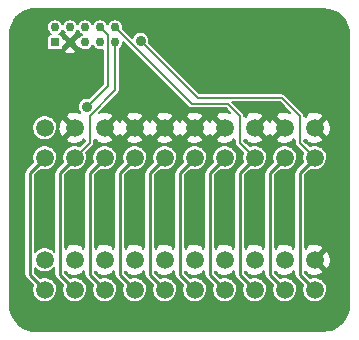
<source format=gtl>
G04 (created by PCBNEW (2013-june-11)-stable) date Sun 31 Aug 2014 03:46:35 PM PDT*
%MOIN*%
G04 Gerber Fmt 3.4, Leading zero omitted, Abs format*
%FSLAX34Y34*%
G01*
G70*
G90*
G04 APERTURE LIST*
%ADD10C,0.00590551*%
%ADD11C,0.0590551*%
%ADD12C,0.03*%
%ADD13R,0.03X0.03*%
%ADD14C,0.035*%
%ADD15C,0.006*%
%ADD16C,0.01*%
%ADD17C,0.008*%
G04 APERTURE END LIST*
G54D10*
G54D11*
X73600Y-56100D03*
X73600Y-55100D03*
X74600Y-56100D03*
X74600Y-55100D03*
X75600Y-56100D03*
X75600Y-55100D03*
X76600Y-56100D03*
X76600Y-55100D03*
X77600Y-56100D03*
X77600Y-55100D03*
X78600Y-56100D03*
X78600Y-55100D03*
X79600Y-56100D03*
X79600Y-55100D03*
X80600Y-56100D03*
X80600Y-55100D03*
X81600Y-56100D03*
X81600Y-55100D03*
X82600Y-56100D03*
X82600Y-55100D03*
X73600Y-51700D03*
X73600Y-50700D03*
X74600Y-51700D03*
X74600Y-50700D03*
X75600Y-51700D03*
X75600Y-50700D03*
X76600Y-51700D03*
X76600Y-50700D03*
X77600Y-51700D03*
X77600Y-50700D03*
X78600Y-51700D03*
X78600Y-50700D03*
X79600Y-51700D03*
X79600Y-50700D03*
X80600Y-51700D03*
X80600Y-50700D03*
X81600Y-51700D03*
X81600Y-50700D03*
X82600Y-51700D03*
X82600Y-50700D03*
G54D12*
X75950Y-47850D03*
X75450Y-47850D03*
X74950Y-47850D03*
X74450Y-47850D03*
G54D13*
X73950Y-47850D03*
G54D12*
X75950Y-47350D03*
X75450Y-47350D03*
X74950Y-47350D03*
X74450Y-47350D03*
X73950Y-47350D03*
G54D14*
X76800Y-47800D03*
X75000Y-50000D03*
G54D15*
X82100Y-51200D02*
X82600Y-51700D01*
X82100Y-50300D02*
X82100Y-51200D01*
X81500Y-49700D02*
X82100Y-50300D01*
X78700Y-49700D02*
X81500Y-49700D01*
X76800Y-47800D02*
X78700Y-49700D01*
G54D16*
X82600Y-56100D02*
X82100Y-55600D01*
X82100Y-52200D02*
X82600Y-51700D01*
X82100Y-55600D02*
X82100Y-52200D01*
X81600Y-51700D02*
X81100Y-52200D01*
X81100Y-55600D02*
X81600Y-56100D01*
X81100Y-52200D02*
X81100Y-55600D01*
G54D15*
X80600Y-51700D02*
X80100Y-51200D01*
X78500Y-49900D02*
X75950Y-47350D01*
X79700Y-49900D02*
X78500Y-49900D01*
X80100Y-50300D02*
X79700Y-49900D01*
X80100Y-51200D02*
X80100Y-50300D01*
G54D16*
X80600Y-51700D02*
X80100Y-52200D01*
X80100Y-55600D02*
X80600Y-56100D01*
X80100Y-52200D02*
X80100Y-55600D01*
X78600Y-51700D02*
X78100Y-52200D01*
X78100Y-55600D02*
X78600Y-56100D01*
X78100Y-52200D02*
X78100Y-55600D01*
X77600Y-51700D02*
X77100Y-52200D01*
X77100Y-55600D02*
X77600Y-56100D01*
X77100Y-52200D02*
X77100Y-55600D01*
G54D15*
X75450Y-47350D02*
X75700Y-47600D01*
X75700Y-49300D02*
X75000Y-50000D01*
X75700Y-47600D02*
X75700Y-49300D01*
G54D16*
X75600Y-51700D02*
X75100Y-52200D01*
X75100Y-55600D02*
X75600Y-56100D01*
X75100Y-52200D02*
X75100Y-55600D01*
X79600Y-51700D02*
X79100Y-52200D01*
X79100Y-55600D02*
X79600Y-56100D01*
X79100Y-52200D02*
X79100Y-55600D01*
X76600Y-51700D02*
X76100Y-52200D01*
X76100Y-55600D02*
X76600Y-56100D01*
X76100Y-52200D02*
X76100Y-55600D01*
X73600Y-56100D02*
X73100Y-55600D01*
X73100Y-52200D02*
X73600Y-51700D01*
X73100Y-55600D02*
X73100Y-52200D01*
G54D15*
X75950Y-47850D02*
X75950Y-49450D01*
X75100Y-51200D02*
X74600Y-51700D01*
X75100Y-50300D02*
X75100Y-51200D01*
X75950Y-49450D02*
X75100Y-50300D01*
G54D16*
X74600Y-51700D02*
X74100Y-52200D01*
X74100Y-55600D02*
X74600Y-56100D01*
X74100Y-52200D02*
X74100Y-55600D01*
G54D10*
G36*
X74690Y-55105D02*
X74605Y-55190D01*
X74600Y-55184D01*
X74594Y-55190D01*
X74509Y-55105D01*
X74515Y-55100D01*
X74509Y-55094D01*
X74594Y-55009D01*
X74600Y-55015D01*
X74605Y-55009D01*
X74690Y-55094D01*
X74684Y-55100D01*
X74690Y-55105D01*
X74690Y-55105D01*
G37*
G54D17*
X74690Y-55105D02*
X74605Y-55190D01*
X74600Y-55184D01*
X74594Y-55190D01*
X74509Y-55105D01*
X74515Y-55100D01*
X74509Y-55094D01*
X74594Y-55009D01*
X74600Y-55015D01*
X74605Y-55009D01*
X74690Y-55094D01*
X74684Y-55100D01*
X74690Y-55105D01*
G54D10*
G36*
X75690Y-55105D02*
X75605Y-55190D01*
X75600Y-55184D01*
X75594Y-55190D01*
X75509Y-55105D01*
X75515Y-55100D01*
X75509Y-55094D01*
X75594Y-55009D01*
X75600Y-55015D01*
X75605Y-55009D01*
X75690Y-55094D01*
X75684Y-55100D01*
X75690Y-55105D01*
X75690Y-55105D01*
G37*
G54D17*
X75690Y-55105D02*
X75605Y-55190D01*
X75600Y-55184D01*
X75594Y-55190D01*
X75509Y-55105D01*
X75515Y-55100D01*
X75509Y-55094D01*
X75594Y-55009D01*
X75600Y-55015D01*
X75605Y-55009D01*
X75690Y-55094D01*
X75684Y-55100D01*
X75690Y-55105D01*
G54D10*
G36*
X76690Y-55105D02*
X76605Y-55190D01*
X76600Y-55184D01*
X76594Y-55190D01*
X76509Y-55105D01*
X76515Y-55100D01*
X76509Y-55094D01*
X76594Y-55009D01*
X76600Y-55015D01*
X76605Y-55009D01*
X76690Y-55094D01*
X76684Y-55100D01*
X76690Y-55105D01*
X76690Y-55105D01*
G37*
G54D17*
X76690Y-55105D02*
X76605Y-55190D01*
X76600Y-55184D01*
X76594Y-55190D01*
X76509Y-55105D01*
X76515Y-55100D01*
X76509Y-55094D01*
X76594Y-55009D01*
X76600Y-55015D01*
X76605Y-55009D01*
X76690Y-55094D01*
X76684Y-55100D01*
X76690Y-55105D01*
G54D10*
G36*
X77690Y-55105D02*
X77605Y-55190D01*
X77600Y-55184D01*
X77594Y-55190D01*
X77509Y-55105D01*
X77515Y-55100D01*
X77509Y-55094D01*
X77594Y-55009D01*
X77600Y-55015D01*
X77605Y-55009D01*
X77690Y-55094D01*
X77684Y-55100D01*
X77690Y-55105D01*
X77690Y-55105D01*
G37*
G54D17*
X77690Y-55105D02*
X77605Y-55190D01*
X77600Y-55184D01*
X77594Y-55190D01*
X77509Y-55105D01*
X77515Y-55100D01*
X77509Y-55094D01*
X77594Y-55009D01*
X77600Y-55015D01*
X77605Y-55009D01*
X77690Y-55094D01*
X77684Y-55100D01*
X77690Y-55105D01*
G54D10*
G36*
X78690Y-55105D02*
X78605Y-55190D01*
X78600Y-55184D01*
X78594Y-55190D01*
X78509Y-55105D01*
X78515Y-55100D01*
X78509Y-55094D01*
X78594Y-55009D01*
X78600Y-55015D01*
X78605Y-55009D01*
X78690Y-55094D01*
X78684Y-55100D01*
X78690Y-55105D01*
X78690Y-55105D01*
G37*
G54D17*
X78690Y-55105D02*
X78605Y-55190D01*
X78600Y-55184D01*
X78594Y-55190D01*
X78509Y-55105D01*
X78515Y-55100D01*
X78509Y-55094D01*
X78594Y-55009D01*
X78600Y-55015D01*
X78605Y-55009D01*
X78690Y-55094D01*
X78684Y-55100D01*
X78690Y-55105D01*
G54D10*
G36*
X79690Y-55105D02*
X79605Y-55190D01*
X79600Y-55184D01*
X79594Y-55190D01*
X79509Y-55105D01*
X79515Y-55100D01*
X79509Y-55094D01*
X79594Y-55009D01*
X79600Y-55015D01*
X79605Y-55009D01*
X79690Y-55094D01*
X79684Y-55100D01*
X79690Y-55105D01*
X79690Y-55105D01*
G37*
G54D17*
X79690Y-55105D02*
X79605Y-55190D01*
X79600Y-55184D01*
X79594Y-55190D01*
X79509Y-55105D01*
X79515Y-55100D01*
X79509Y-55094D01*
X79594Y-55009D01*
X79600Y-55015D01*
X79605Y-55009D01*
X79690Y-55094D01*
X79684Y-55100D01*
X79690Y-55105D01*
G54D10*
G36*
X80220Y-51532D02*
X80202Y-51573D01*
X80185Y-51653D01*
X80184Y-51734D01*
X80198Y-51815D01*
X80211Y-51847D01*
X79979Y-52079D01*
X79969Y-52091D01*
X79959Y-52103D01*
X79959Y-52104D01*
X79958Y-52105D01*
X79951Y-52119D01*
X79943Y-52133D01*
X79943Y-52133D01*
X79943Y-52134D01*
X79938Y-52149D01*
X79933Y-52164D01*
X79933Y-52165D01*
X79933Y-52166D01*
X79931Y-52182D01*
X79930Y-52197D01*
X79930Y-52199D01*
X79930Y-52199D01*
X79930Y-52199D01*
X79930Y-52200D01*
X79930Y-54685D01*
X79892Y-54722D01*
X79865Y-54632D01*
X79769Y-54589D01*
X79667Y-54566D01*
X79562Y-54563D01*
X79458Y-54580D01*
X79360Y-54618D01*
X79334Y-54632D01*
X79307Y-54722D01*
X79270Y-54685D01*
X79270Y-52270D01*
X79451Y-52088D01*
X79471Y-52096D01*
X79550Y-52114D01*
X79632Y-52116D01*
X79712Y-52101D01*
X79788Y-52072D01*
X79856Y-52028D01*
X79915Y-51972D01*
X79962Y-51906D01*
X79995Y-51831D01*
X80013Y-51752D01*
X80015Y-51659D01*
X79999Y-51579D01*
X79968Y-51504D01*
X79923Y-51436D01*
X79892Y-51405D01*
X79865Y-51378D01*
X79798Y-51332D01*
X79723Y-51301D01*
X79643Y-51285D01*
X79562Y-51284D01*
X79482Y-51299D01*
X79406Y-51330D01*
X79338Y-51374D01*
X79280Y-51431D01*
X79234Y-51498D01*
X79202Y-51573D01*
X79185Y-51653D01*
X79184Y-51734D01*
X79198Y-51815D01*
X79211Y-51847D01*
X78979Y-52079D01*
X78969Y-52091D01*
X78959Y-52103D01*
X78959Y-52104D01*
X78958Y-52105D01*
X78951Y-52119D01*
X78943Y-52133D01*
X78943Y-52133D01*
X78943Y-52134D01*
X78938Y-52149D01*
X78933Y-52164D01*
X78933Y-52165D01*
X78933Y-52166D01*
X78931Y-52182D01*
X78930Y-52197D01*
X78930Y-52199D01*
X78930Y-52199D01*
X78930Y-52199D01*
X78930Y-52200D01*
X78930Y-54685D01*
X78892Y-54722D01*
X78865Y-54632D01*
X78769Y-54589D01*
X78667Y-54566D01*
X78562Y-54563D01*
X78458Y-54580D01*
X78360Y-54618D01*
X78334Y-54632D01*
X78307Y-54722D01*
X78270Y-54685D01*
X78270Y-52270D01*
X78451Y-52088D01*
X78471Y-52096D01*
X78550Y-52114D01*
X78632Y-52116D01*
X78712Y-52101D01*
X78788Y-52072D01*
X78856Y-52028D01*
X78915Y-51972D01*
X78962Y-51906D01*
X78995Y-51831D01*
X79013Y-51752D01*
X79015Y-51659D01*
X78999Y-51579D01*
X78968Y-51504D01*
X78923Y-51436D01*
X78892Y-51405D01*
X78892Y-51077D01*
X78600Y-50784D01*
X78515Y-50869D01*
X78515Y-50700D01*
X78222Y-50407D01*
X78132Y-50434D01*
X78099Y-50507D01*
X78081Y-50460D01*
X78067Y-50434D01*
X77977Y-50407D01*
X77892Y-50492D01*
X77892Y-50322D01*
X77865Y-50232D01*
X77769Y-50189D01*
X77667Y-50166D01*
X77562Y-50163D01*
X77458Y-50180D01*
X77360Y-50218D01*
X77334Y-50232D01*
X77307Y-50322D01*
X77600Y-50615D01*
X77892Y-50322D01*
X77892Y-50492D01*
X77684Y-50700D01*
X77977Y-50992D01*
X78067Y-50965D01*
X78100Y-50892D01*
X78118Y-50939D01*
X78132Y-50965D01*
X78222Y-50992D01*
X78515Y-50700D01*
X78515Y-50869D01*
X78307Y-51077D01*
X78334Y-51167D01*
X78430Y-51210D01*
X78532Y-51233D01*
X78637Y-51236D01*
X78741Y-51219D01*
X78839Y-51181D01*
X78865Y-51167D01*
X78892Y-51077D01*
X78892Y-51405D01*
X78865Y-51378D01*
X78798Y-51332D01*
X78723Y-51301D01*
X78643Y-51285D01*
X78562Y-51284D01*
X78482Y-51299D01*
X78406Y-51330D01*
X78338Y-51374D01*
X78280Y-51431D01*
X78234Y-51498D01*
X78202Y-51573D01*
X78185Y-51653D01*
X78184Y-51734D01*
X78198Y-51815D01*
X78211Y-51847D01*
X77979Y-52079D01*
X77969Y-52091D01*
X77959Y-52103D01*
X77959Y-52104D01*
X77958Y-52105D01*
X77951Y-52119D01*
X77943Y-52133D01*
X77943Y-52133D01*
X77943Y-52134D01*
X77938Y-52149D01*
X77933Y-52164D01*
X77933Y-52165D01*
X77933Y-52166D01*
X77931Y-52182D01*
X77930Y-52197D01*
X77930Y-52199D01*
X77930Y-52199D01*
X77930Y-52199D01*
X77930Y-52200D01*
X77930Y-54685D01*
X77892Y-54722D01*
X77865Y-54632D01*
X77769Y-54589D01*
X77667Y-54566D01*
X77562Y-54563D01*
X77458Y-54580D01*
X77360Y-54618D01*
X77334Y-54632D01*
X77307Y-54722D01*
X77270Y-54685D01*
X77270Y-52270D01*
X77451Y-52088D01*
X77471Y-52096D01*
X77550Y-52114D01*
X77632Y-52116D01*
X77712Y-52101D01*
X77788Y-52072D01*
X77856Y-52028D01*
X77915Y-51972D01*
X77962Y-51906D01*
X77995Y-51831D01*
X78013Y-51752D01*
X78015Y-51659D01*
X77999Y-51579D01*
X77968Y-51504D01*
X77923Y-51436D01*
X77892Y-51405D01*
X77892Y-51077D01*
X77600Y-50784D01*
X77515Y-50869D01*
X77515Y-50700D01*
X77222Y-50407D01*
X77132Y-50434D01*
X77099Y-50507D01*
X77081Y-50460D01*
X77067Y-50434D01*
X76977Y-50407D01*
X76892Y-50492D01*
X76892Y-50322D01*
X76865Y-50232D01*
X76769Y-50189D01*
X76667Y-50166D01*
X76562Y-50163D01*
X76458Y-50180D01*
X76360Y-50218D01*
X76334Y-50232D01*
X76307Y-50322D01*
X76600Y-50615D01*
X76892Y-50322D01*
X76892Y-50492D01*
X76684Y-50700D01*
X76977Y-50992D01*
X77067Y-50965D01*
X77100Y-50892D01*
X77118Y-50939D01*
X77132Y-50965D01*
X77222Y-50992D01*
X77515Y-50700D01*
X77515Y-50869D01*
X77307Y-51077D01*
X77334Y-51167D01*
X77430Y-51210D01*
X77532Y-51233D01*
X77637Y-51236D01*
X77741Y-51219D01*
X77839Y-51181D01*
X77865Y-51167D01*
X77892Y-51077D01*
X77892Y-51405D01*
X77865Y-51378D01*
X77798Y-51332D01*
X77723Y-51301D01*
X77643Y-51285D01*
X77562Y-51284D01*
X77482Y-51299D01*
X77406Y-51330D01*
X77338Y-51374D01*
X77280Y-51431D01*
X77234Y-51498D01*
X77202Y-51573D01*
X77185Y-51653D01*
X77184Y-51734D01*
X77198Y-51815D01*
X77211Y-51847D01*
X76979Y-52079D01*
X76969Y-52091D01*
X76959Y-52103D01*
X76959Y-52104D01*
X76958Y-52105D01*
X76951Y-52119D01*
X76943Y-52133D01*
X76943Y-52133D01*
X76943Y-52134D01*
X76938Y-52149D01*
X76933Y-52164D01*
X76933Y-52165D01*
X76933Y-52166D01*
X76931Y-52182D01*
X76930Y-52197D01*
X76930Y-52199D01*
X76930Y-52199D01*
X76930Y-52199D01*
X76930Y-52200D01*
X76930Y-54685D01*
X76892Y-54722D01*
X76865Y-54632D01*
X76769Y-54589D01*
X76667Y-54566D01*
X76562Y-54563D01*
X76458Y-54580D01*
X76360Y-54618D01*
X76334Y-54632D01*
X76307Y-54722D01*
X76270Y-54685D01*
X76270Y-52270D01*
X76451Y-52088D01*
X76471Y-52096D01*
X76550Y-52114D01*
X76632Y-52116D01*
X76712Y-52101D01*
X76788Y-52072D01*
X76856Y-52028D01*
X76915Y-51972D01*
X76962Y-51906D01*
X76995Y-51831D01*
X77013Y-51752D01*
X77015Y-51659D01*
X76999Y-51579D01*
X76968Y-51504D01*
X76923Y-51436D01*
X76892Y-51405D01*
X76892Y-51077D01*
X76600Y-50784D01*
X76515Y-50869D01*
X76515Y-50700D01*
X76222Y-50407D01*
X76132Y-50434D01*
X76099Y-50507D01*
X76081Y-50460D01*
X76067Y-50434D01*
X75977Y-50407D01*
X75684Y-50700D01*
X75977Y-50992D01*
X76067Y-50965D01*
X76100Y-50892D01*
X76118Y-50939D01*
X76132Y-50965D01*
X76222Y-50992D01*
X76515Y-50700D01*
X76515Y-50869D01*
X76307Y-51077D01*
X76334Y-51167D01*
X76430Y-51210D01*
X76532Y-51233D01*
X76637Y-51236D01*
X76741Y-51219D01*
X76839Y-51181D01*
X76865Y-51167D01*
X76892Y-51077D01*
X76892Y-51405D01*
X76865Y-51378D01*
X76798Y-51332D01*
X76723Y-51301D01*
X76643Y-51285D01*
X76562Y-51284D01*
X76482Y-51299D01*
X76406Y-51330D01*
X76338Y-51374D01*
X76280Y-51431D01*
X76234Y-51498D01*
X76202Y-51573D01*
X76185Y-51653D01*
X76184Y-51734D01*
X76198Y-51815D01*
X76211Y-51847D01*
X75979Y-52079D01*
X75969Y-52091D01*
X75959Y-52103D01*
X75959Y-52104D01*
X75958Y-52105D01*
X75951Y-52119D01*
X75943Y-52133D01*
X75943Y-52133D01*
X75943Y-52134D01*
X75938Y-52149D01*
X75933Y-52164D01*
X75933Y-52165D01*
X75933Y-52166D01*
X75931Y-52182D01*
X75930Y-52197D01*
X75930Y-52199D01*
X75930Y-52199D01*
X75930Y-52199D01*
X75930Y-52200D01*
X75930Y-54685D01*
X75892Y-54722D01*
X75865Y-54632D01*
X75769Y-54589D01*
X75667Y-54566D01*
X75562Y-54563D01*
X75458Y-54580D01*
X75360Y-54618D01*
X75334Y-54632D01*
X75307Y-54722D01*
X75270Y-54685D01*
X75270Y-52270D01*
X75451Y-52088D01*
X75471Y-52096D01*
X75550Y-52114D01*
X75632Y-52116D01*
X75712Y-52101D01*
X75788Y-52072D01*
X75856Y-52028D01*
X75915Y-51972D01*
X75962Y-51906D01*
X75995Y-51831D01*
X76013Y-51752D01*
X76015Y-51659D01*
X75999Y-51579D01*
X75968Y-51504D01*
X75923Y-51436D01*
X75892Y-51405D01*
X75865Y-51378D01*
X75798Y-51332D01*
X75723Y-51301D01*
X75643Y-51285D01*
X75562Y-51284D01*
X75482Y-51299D01*
X75406Y-51330D01*
X75338Y-51374D01*
X75280Y-51431D01*
X75234Y-51498D01*
X75202Y-51573D01*
X75185Y-51653D01*
X75184Y-51734D01*
X75198Y-51815D01*
X75211Y-51847D01*
X74979Y-52079D01*
X74969Y-52091D01*
X74959Y-52103D01*
X74959Y-52104D01*
X74958Y-52105D01*
X74951Y-52119D01*
X74943Y-52133D01*
X74943Y-52133D01*
X74943Y-52134D01*
X74938Y-52149D01*
X74933Y-52164D01*
X74933Y-52165D01*
X74933Y-52166D01*
X74931Y-52182D01*
X74930Y-52197D01*
X74930Y-52199D01*
X74930Y-52199D01*
X74930Y-52199D01*
X74930Y-52200D01*
X74930Y-54685D01*
X74892Y-54722D01*
X74865Y-54632D01*
X74769Y-54589D01*
X74667Y-54566D01*
X74562Y-54563D01*
X74458Y-54580D01*
X74360Y-54618D01*
X74334Y-54632D01*
X74307Y-54722D01*
X74270Y-54685D01*
X74270Y-52270D01*
X74451Y-52088D01*
X74471Y-52096D01*
X74550Y-52114D01*
X74632Y-52116D01*
X74712Y-52101D01*
X74788Y-52072D01*
X74856Y-52028D01*
X74915Y-51972D01*
X74962Y-51906D01*
X74995Y-51831D01*
X75013Y-51752D01*
X75015Y-51659D01*
X74999Y-51579D01*
X74979Y-51532D01*
X75206Y-51306D01*
X75214Y-51295D01*
X75223Y-51284D01*
X75224Y-51284D01*
X75224Y-51283D01*
X75231Y-51271D01*
X75237Y-51259D01*
X75238Y-51258D01*
X75238Y-51257D01*
X75242Y-51244D01*
X75246Y-51231D01*
X75246Y-51230D01*
X75247Y-51229D01*
X75248Y-51215D01*
X75249Y-51202D01*
X75249Y-51200D01*
X75249Y-51200D01*
X75249Y-51200D01*
X75250Y-51200D01*
X75250Y-51110D01*
X75262Y-51122D01*
X75307Y-51077D01*
X75334Y-51167D01*
X75430Y-51210D01*
X75532Y-51233D01*
X75637Y-51236D01*
X75741Y-51219D01*
X75839Y-51181D01*
X75865Y-51167D01*
X75892Y-51077D01*
X75600Y-50784D01*
X75594Y-50790D01*
X75509Y-50705D01*
X75515Y-50700D01*
X75509Y-50694D01*
X75594Y-50609D01*
X75600Y-50615D01*
X75892Y-50322D01*
X75865Y-50232D01*
X75769Y-50189D01*
X75667Y-50166D01*
X75562Y-50163D01*
X75458Y-50180D01*
X75414Y-50197D01*
X76056Y-49556D01*
X76064Y-49545D01*
X76073Y-49534D01*
X76074Y-49534D01*
X76074Y-49533D01*
X76081Y-49521D01*
X76087Y-49509D01*
X76088Y-49508D01*
X76088Y-49507D01*
X76092Y-49494D01*
X76096Y-49481D01*
X76096Y-49480D01*
X76097Y-49479D01*
X76098Y-49465D01*
X76099Y-49452D01*
X76099Y-49450D01*
X76099Y-49450D01*
X76099Y-49450D01*
X76100Y-49450D01*
X76100Y-48074D01*
X76117Y-48063D01*
X76155Y-48027D01*
X76185Y-47984D01*
X76207Y-47935D01*
X76219Y-47884D01*
X76219Y-47832D01*
X78393Y-50006D01*
X78404Y-50014D01*
X78415Y-50023D01*
X78415Y-50024D01*
X78416Y-50024D01*
X78428Y-50031D01*
X78440Y-50037D01*
X78441Y-50038D01*
X78442Y-50038D01*
X78455Y-50042D01*
X78468Y-50046D01*
X78469Y-50046D01*
X78470Y-50047D01*
X78484Y-50048D01*
X78497Y-50049D01*
X78499Y-50049D01*
X78499Y-50049D01*
X78499Y-50049D01*
X78500Y-50050D01*
X79637Y-50050D01*
X79783Y-50195D01*
X79769Y-50189D01*
X79667Y-50166D01*
X79562Y-50163D01*
X79458Y-50180D01*
X79360Y-50218D01*
X79334Y-50232D01*
X79307Y-50322D01*
X79600Y-50615D01*
X79605Y-50609D01*
X79690Y-50694D01*
X79684Y-50700D01*
X79690Y-50705D01*
X79605Y-50790D01*
X79600Y-50784D01*
X79515Y-50869D01*
X79515Y-50700D01*
X79222Y-50407D01*
X79132Y-50434D01*
X79099Y-50507D01*
X79081Y-50460D01*
X79067Y-50434D01*
X78977Y-50407D01*
X78892Y-50492D01*
X78892Y-50322D01*
X78865Y-50232D01*
X78769Y-50189D01*
X78667Y-50166D01*
X78562Y-50163D01*
X78458Y-50180D01*
X78360Y-50218D01*
X78334Y-50232D01*
X78307Y-50322D01*
X78600Y-50615D01*
X78892Y-50322D01*
X78892Y-50492D01*
X78684Y-50700D01*
X78977Y-50992D01*
X79067Y-50965D01*
X79100Y-50892D01*
X79118Y-50939D01*
X79132Y-50965D01*
X79222Y-50992D01*
X79515Y-50700D01*
X79515Y-50869D01*
X79307Y-51077D01*
X79334Y-51167D01*
X79430Y-51210D01*
X79532Y-51233D01*
X79637Y-51236D01*
X79741Y-51219D01*
X79839Y-51181D01*
X79865Y-51167D01*
X79892Y-51077D01*
X79892Y-51077D01*
X79937Y-51122D01*
X79950Y-51110D01*
X79950Y-51200D01*
X79951Y-51213D01*
X79952Y-51227D01*
X79952Y-51228D01*
X79952Y-51229D01*
X79956Y-51242D01*
X79960Y-51255D01*
X79961Y-51256D01*
X79961Y-51257D01*
X79967Y-51269D01*
X79974Y-51281D01*
X79974Y-51282D01*
X79975Y-51283D01*
X79983Y-51293D01*
X79992Y-51304D01*
X79993Y-51305D01*
X79993Y-51305D01*
X79993Y-51305D01*
X79993Y-51306D01*
X80220Y-51532D01*
X80220Y-51532D01*
G37*
G54D17*
X80220Y-51532D02*
X80202Y-51573D01*
X80185Y-51653D01*
X80184Y-51734D01*
X80198Y-51815D01*
X80211Y-51847D01*
X79979Y-52079D01*
X79969Y-52091D01*
X79959Y-52103D01*
X79959Y-52104D01*
X79958Y-52105D01*
X79951Y-52119D01*
X79943Y-52133D01*
X79943Y-52133D01*
X79943Y-52134D01*
X79938Y-52149D01*
X79933Y-52164D01*
X79933Y-52165D01*
X79933Y-52166D01*
X79931Y-52182D01*
X79930Y-52197D01*
X79930Y-52199D01*
X79930Y-52199D01*
X79930Y-52199D01*
X79930Y-52200D01*
X79930Y-54685D01*
X79892Y-54722D01*
X79865Y-54632D01*
X79769Y-54589D01*
X79667Y-54566D01*
X79562Y-54563D01*
X79458Y-54580D01*
X79360Y-54618D01*
X79334Y-54632D01*
X79307Y-54722D01*
X79270Y-54685D01*
X79270Y-52270D01*
X79451Y-52088D01*
X79471Y-52096D01*
X79550Y-52114D01*
X79632Y-52116D01*
X79712Y-52101D01*
X79788Y-52072D01*
X79856Y-52028D01*
X79915Y-51972D01*
X79962Y-51906D01*
X79995Y-51831D01*
X80013Y-51752D01*
X80015Y-51659D01*
X79999Y-51579D01*
X79968Y-51504D01*
X79923Y-51436D01*
X79892Y-51405D01*
X79865Y-51378D01*
X79798Y-51332D01*
X79723Y-51301D01*
X79643Y-51285D01*
X79562Y-51284D01*
X79482Y-51299D01*
X79406Y-51330D01*
X79338Y-51374D01*
X79280Y-51431D01*
X79234Y-51498D01*
X79202Y-51573D01*
X79185Y-51653D01*
X79184Y-51734D01*
X79198Y-51815D01*
X79211Y-51847D01*
X78979Y-52079D01*
X78969Y-52091D01*
X78959Y-52103D01*
X78959Y-52104D01*
X78958Y-52105D01*
X78951Y-52119D01*
X78943Y-52133D01*
X78943Y-52133D01*
X78943Y-52134D01*
X78938Y-52149D01*
X78933Y-52164D01*
X78933Y-52165D01*
X78933Y-52166D01*
X78931Y-52182D01*
X78930Y-52197D01*
X78930Y-52199D01*
X78930Y-52199D01*
X78930Y-52199D01*
X78930Y-52200D01*
X78930Y-54685D01*
X78892Y-54722D01*
X78865Y-54632D01*
X78769Y-54589D01*
X78667Y-54566D01*
X78562Y-54563D01*
X78458Y-54580D01*
X78360Y-54618D01*
X78334Y-54632D01*
X78307Y-54722D01*
X78270Y-54685D01*
X78270Y-52270D01*
X78451Y-52088D01*
X78471Y-52096D01*
X78550Y-52114D01*
X78632Y-52116D01*
X78712Y-52101D01*
X78788Y-52072D01*
X78856Y-52028D01*
X78915Y-51972D01*
X78962Y-51906D01*
X78995Y-51831D01*
X79013Y-51752D01*
X79015Y-51659D01*
X78999Y-51579D01*
X78968Y-51504D01*
X78923Y-51436D01*
X78892Y-51405D01*
X78892Y-51077D01*
X78600Y-50784D01*
X78515Y-50869D01*
X78515Y-50700D01*
X78222Y-50407D01*
X78132Y-50434D01*
X78099Y-50507D01*
X78081Y-50460D01*
X78067Y-50434D01*
X77977Y-50407D01*
X77892Y-50492D01*
X77892Y-50322D01*
X77865Y-50232D01*
X77769Y-50189D01*
X77667Y-50166D01*
X77562Y-50163D01*
X77458Y-50180D01*
X77360Y-50218D01*
X77334Y-50232D01*
X77307Y-50322D01*
X77600Y-50615D01*
X77892Y-50322D01*
X77892Y-50492D01*
X77684Y-50700D01*
X77977Y-50992D01*
X78067Y-50965D01*
X78100Y-50892D01*
X78118Y-50939D01*
X78132Y-50965D01*
X78222Y-50992D01*
X78515Y-50700D01*
X78515Y-50869D01*
X78307Y-51077D01*
X78334Y-51167D01*
X78430Y-51210D01*
X78532Y-51233D01*
X78637Y-51236D01*
X78741Y-51219D01*
X78839Y-51181D01*
X78865Y-51167D01*
X78892Y-51077D01*
X78892Y-51405D01*
X78865Y-51378D01*
X78798Y-51332D01*
X78723Y-51301D01*
X78643Y-51285D01*
X78562Y-51284D01*
X78482Y-51299D01*
X78406Y-51330D01*
X78338Y-51374D01*
X78280Y-51431D01*
X78234Y-51498D01*
X78202Y-51573D01*
X78185Y-51653D01*
X78184Y-51734D01*
X78198Y-51815D01*
X78211Y-51847D01*
X77979Y-52079D01*
X77969Y-52091D01*
X77959Y-52103D01*
X77959Y-52104D01*
X77958Y-52105D01*
X77951Y-52119D01*
X77943Y-52133D01*
X77943Y-52133D01*
X77943Y-52134D01*
X77938Y-52149D01*
X77933Y-52164D01*
X77933Y-52165D01*
X77933Y-52166D01*
X77931Y-52182D01*
X77930Y-52197D01*
X77930Y-52199D01*
X77930Y-52199D01*
X77930Y-52199D01*
X77930Y-52200D01*
X77930Y-54685D01*
X77892Y-54722D01*
X77865Y-54632D01*
X77769Y-54589D01*
X77667Y-54566D01*
X77562Y-54563D01*
X77458Y-54580D01*
X77360Y-54618D01*
X77334Y-54632D01*
X77307Y-54722D01*
X77270Y-54685D01*
X77270Y-52270D01*
X77451Y-52088D01*
X77471Y-52096D01*
X77550Y-52114D01*
X77632Y-52116D01*
X77712Y-52101D01*
X77788Y-52072D01*
X77856Y-52028D01*
X77915Y-51972D01*
X77962Y-51906D01*
X77995Y-51831D01*
X78013Y-51752D01*
X78015Y-51659D01*
X77999Y-51579D01*
X77968Y-51504D01*
X77923Y-51436D01*
X77892Y-51405D01*
X77892Y-51077D01*
X77600Y-50784D01*
X77515Y-50869D01*
X77515Y-50700D01*
X77222Y-50407D01*
X77132Y-50434D01*
X77099Y-50507D01*
X77081Y-50460D01*
X77067Y-50434D01*
X76977Y-50407D01*
X76892Y-50492D01*
X76892Y-50322D01*
X76865Y-50232D01*
X76769Y-50189D01*
X76667Y-50166D01*
X76562Y-50163D01*
X76458Y-50180D01*
X76360Y-50218D01*
X76334Y-50232D01*
X76307Y-50322D01*
X76600Y-50615D01*
X76892Y-50322D01*
X76892Y-50492D01*
X76684Y-50700D01*
X76977Y-50992D01*
X77067Y-50965D01*
X77100Y-50892D01*
X77118Y-50939D01*
X77132Y-50965D01*
X77222Y-50992D01*
X77515Y-50700D01*
X77515Y-50869D01*
X77307Y-51077D01*
X77334Y-51167D01*
X77430Y-51210D01*
X77532Y-51233D01*
X77637Y-51236D01*
X77741Y-51219D01*
X77839Y-51181D01*
X77865Y-51167D01*
X77892Y-51077D01*
X77892Y-51405D01*
X77865Y-51378D01*
X77798Y-51332D01*
X77723Y-51301D01*
X77643Y-51285D01*
X77562Y-51284D01*
X77482Y-51299D01*
X77406Y-51330D01*
X77338Y-51374D01*
X77280Y-51431D01*
X77234Y-51498D01*
X77202Y-51573D01*
X77185Y-51653D01*
X77184Y-51734D01*
X77198Y-51815D01*
X77211Y-51847D01*
X76979Y-52079D01*
X76969Y-52091D01*
X76959Y-52103D01*
X76959Y-52104D01*
X76958Y-52105D01*
X76951Y-52119D01*
X76943Y-52133D01*
X76943Y-52133D01*
X76943Y-52134D01*
X76938Y-52149D01*
X76933Y-52164D01*
X76933Y-52165D01*
X76933Y-52166D01*
X76931Y-52182D01*
X76930Y-52197D01*
X76930Y-52199D01*
X76930Y-52199D01*
X76930Y-52199D01*
X76930Y-52200D01*
X76930Y-54685D01*
X76892Y-54722D01*
X76865Y-54632D01*
X76769Y-54589D01*
X76667Y-54566D01*
X76562Y-54563D01*
X76458Y-54580D01*
X76360Y-54618D01*
X76334Y-54632D01*
X76307Y-54722D01*
X76270Y-54685D01*
X76270Y-52270D01*
X76451Y-52088D01*
X76471Y-52096D01*
X76550Y-52114D01*
X76632Y-52116D01*
X76712Y-52101D01*
X76788Y-52072D01*
X76856Y-52028D01*
X76915Y-51972D01*
X76962Y-51906D01*
X76995Y-51831D01*
X77013Y-51752D01*
X77015Y-51659D01*
X76999Y-51579D01*
X76968Y-51504D01*
X76923Y-51436D01*
X76892Y-51405D01*
X76892Y-51077D01*
X76600Y-50784D01*
X76515Y-50869D01*
X76515Y-50700D01*
X76222Y-50407D01*
X76132Y-50434D01*
X76099Y-50507D01*
X76081Y-50460D01*
X76067Y-50434D01*
X75977Y-50407D01*
X75684Y-50700D01*
X75977Y-50992D01*
X76067Y-50965D01*
X76100Y-50892D01*
X76118Y-50939D01*
X76132Y-50965D01*
X76222Y-50992D01*
X76515Y-50700D01*
X76515Y-50869D01*
X76307Y-51077D01*
X76334Y-51167D01*
X76430Y-51210D01*
X76532Y-51233D01*
X76637Y-51236D01*
X76741Y-51219D01*
X76839Y-51181D01*
X76865Y-51167D01*
X76892Y-51077D01*
X76892Y-51405D01*
X76865Y-51378D01*
X76798Y-51332D01*
X76723Y-51301D01*
X76643Y-51285D01*
X76562Y-51284D01*
X76482Y-51299D01*
X76406Y-51330D01*
X76338Y-51374D01*
X76280Y-51431D01*
X76234Y-51498D01*
X76202Y-51573D01*
X76185Y-51653D01*
X76184Y-51734D01*
X76198Y-51815D01*
X76211Y-51847D01*
X75979Y-52079D01*
X75969Y-52091D01*
X75959Y-52103D01*
X75959Y-52104D01*
X75958Y-52105D01*
X75951Y-52119D01*
X75943Y-52133D01*
X75943Y-52133D01*
X75943Y-52134D01*
X75938Y-52149D01*
X75933Y-52164D01*
X75933Y-52165D01*
X75933Y-52166D01*
X75931Y-52182D01*
X75930Y-52197D01*
X75930Y-52199D01*
X75930Y-52199D01*
X75930Y-52199D01*
X75930Y-52200D01*
X75930Y-54685D01*
X75892Y-54722D01*
X75865Y-54632D01*
X75769Y-54589D01*
X75667Y-54566D01*
X75562Y-54563D01*
X75458Y-54580D01*
X75360Y-54618D01*
X75334Y-54632D01*
X75307Y-54722D01*
X75270Y-54685D01*
X75270Y-52270D01*
X75451Y-52088D01*
X75471Y-52096D01*
X75550Y-52114D01*
X75632Y-52116D01*
X75712Y-52101D01*
X75788Y-52072D01*
X75856Y-52028D01*
X75915Y-51972D01*
X75962Y-51906D01*
X75995Y-51831D01*
X76013Y-51752D01*
X76015Y-51659D01*
X75999Y-51579D01*
X75968Y-51504D01*
X75923Y-51436D01*
X75892Y-51405D01*
X75865Y-51378D01*
X75798Y-51332D01*
X75723Y-51301D01*
X75643Y-51285D01*
X75562Y-51284D01*
X75482Y-51299D01*
X75406Y-51330D01*
X75338Y-51374D01*
X75280Y-51431D01*
X75234Y-51498D01*
X75202Y-51573D01*
X75185Y-51653D01*
X75184Y-51734D01*
X75198Y-51815D01*
X75211Y-51847D01*
X74979Y-52079D01*
X74969Y-52091D01*
X74959Y-52103D01*
X74959Y-52104D01*
X74958Y-52105D01*
X74951Y-52119D01*
X74943Y-52133D01*
X74943Y-52133D01*
X74943Y-52134D01*
X74938Y-52149D01*
X74933Y-52164D01*
X74933Y-52165D01*
X74933Y-52166D01*
X74931Y-52182D01*
X74930Y-52197D01*
X74930Y-52199D01*
X74930Y-52199D01*
X74930Y-52199D01*
X74930Y-52200D01*
X74930Y-54685D01*
X74892Y-54722D01*
X74865Y-54632D01*
X74769Y-54589D01*
X74667Y-54566D01*
X74562Y-54563D01*
X74458Y-54580D01*
X74360Y-54618D01*
X74334Y-54632D01*
X74307Y-54722D01*
X74270Y-54685D01*
X74270Y-52270D01*
X74451Y-52088D01*
X74471Y-52096D01*
X74550Y-52114D01*
X74632Y-52116D01*
X74712Y-52101D01*
X74788Y-52072D01*
X74856Y-52028D01*
X74915Y-51972D01*
X74962Y-51906D01*
X74995Y-51831D01*
X75013Y-51752D01*
X75015Y-51659D01*
X74999Y-51579D01*
X74979Y-51532D01*
X75206Y-51306D01*
X75214Y-51295D01*
X75223Y-51284D01*
X75224Y-51284D01*
X75224Y-51283D01*
X75231Y-51271D01*
X75237Y-51259D01*
X75238Y-51258D01*
X75238Y-51257D01*
X75242Y-51244D01*
X75246Y-51231D01*
X75246Y-51230D01*
X75247Y-51229D01*
X75248Y-51215D01*
X75249Y-51202D01*
X75249Y-51200D01*
X75249Y-51200D01*
X75249Y-51200D01*
X75250Y-51200D01*
X75250Y-51110D01*
X75262Y-51122D01*
X75307Y-51077D01*
X75334Y-51167D01*
X75430Y-51210D01*
X75532Y-51233D01*
X75637Y-51236D01*
X75741Y-51219D01*
X75839Y-51181D01*
X75865Y-51167D01*
X75892Y-51077D01*
X75600Y-50784D01*
X75594Y-50790D01*
X75509Y-50705D01*
X75515Y-50700D01*
X75509Y-50694D01*
X75594Y-50609D01*
X75600Y-50615D01*
X75892Y-50322D01*
X75865Y-50232D01*
X75769Y-50189D01*
X75667Y-50166D01*
X75562Y-50163D01*
X75458Y-50180D01*
X75414Y-50197D01*
X76056Y-49556D01*
X76064Y-49545D01*
X76073Y-49534D01*
X76074Y-49534D01*
X76074Y-49533D01*
X76081Y-49521D01*
X76087Y-49509D01*
X76088Y-49508D01*
X76088Y-49507D01*
X76092Y-49494D01*
X76096Y-49481D01*
X76096Y-49480D01*
X76097Y-49479D01*
X76098Y-49465D01*
X76099Y-49452D01*
X76099Y-49450D01*
X76099Y-49450D01*
X76099Y-49450D01*
X76100Y-49450D01*
X76100Y-48074D01*
X76117Y-48063D01*
X76155Y-48027D01*
X76185Y-47984D01*
X76207Y-47935D01*
X76219Y-47884D01*
X76219Y-47832D01*
X78393Y-50006D01*
X78404Y-50014D01*
X78415Y-50023D01*
X78415Y-50024D01*
X78416Y-50024D01*
X78428Y-50031D01*
X78440Y-50037D01*
X78441Y-50038D01*
X78442Y-50038D01*
X78455Y-50042D01*
X78468Y-50046D01*
X78469Y-50046D01*
X78470Y-50047D01*
X78484Y-50048D01*
X78497Y-50049D01*
X78499Y-50049D01*
X78499Y-50049D01*
X78499Y-50049D01*
X78500Y-50050D01*
X79637Y-50050D01*
X79783Y-50195D01*
X79769Y-50189D01*
X79667Y-50166D01*
X79562Y-50163D01*
X79458Y-50180D01*
X79360Y-50218D01*
X79334Y-50232D01*
X79307Y-50322D01*
X79600Y-50615D01*
X79605Y-50609D01*
X79690Y-50694D01*
X79684Y-50700D01*
X79690Y-50705D01*
X79605Y-50790D01*
X79600Y-50784D01*
X79515Y-50869D01*
X79515Y-50700D01*
X79222Y-50407D01*
X79132Y-50434D01*
X79099Y-50507D01*
X79081Y-50460D01*
X79067Y-50434D01*
X78977Y-50407D01*
X78892Y-50492D01*
X78892Y-50322D01*
X78865Y-50232D01*
X78769Y-50189D01*
X78667Y-50166D01*
X78562Y-50163D01*
X78458Y-50180D01*
X78360Y-50218D01*
X78334Y-50232D01*
X78307Y-50322D01*
X78600Y-50615D01*
X78892Y-50322D01*
X78892Y-50492D01*
X78684Y-50700D01*
X78977Y-50992D01*
X79067Y-50965D01*
X79100Y-50892D01*
X79118Y-50939D01*
X79132Y-50965D01*
X79222Y-50992D01*
X79515Y-50700D01*
X79515Y-50869D01*
X79307Y-51077D01*
X79334Y-51167D01*
X79430Y-51210D01*
X79532Y-51233D01*
X79637Y-51236D01*
X79741Y-51219D01*
X79839Y-51181D01*
X79865Y-51167D01*
X79892Y-51077D01*
X79892Y-51077D01*
X79937Y-51122D01*
X79950Y-51110D01*
X79950Y-51200D01*
X79951Y-51213D01*
X79952Y-51227D01*
X79952Y-51228D01*
X79952Y-51229D01*
X79956Y-51242D01*
X79960Y-51255D01*
X79961Y-51256D01*
X79961Y-51257D01*
X79967Y-51269D01*
X79974Y-51281D01*
X79974Y-51282D01*
X79975Y-51283D01*
X79983Y-51293D01*
X79992Y-51304D01*
X79993Y-51305D01*
X79993Y-51305D01*
X79993Y-51305D01*
X79993Y-51306D01*
X80220Y-51532D01*
G54D10*
G36*
X80690Y-55105D02*
X80605Y-55190D01*
X80600Y-55184D01*
X80594Y-55190D01*
X80509Y-55105D01*
X80515Y-55100D01*
X80509Y-55094D01*
X80594Y-55009D01*
X80600Y-55015D01*
X80605Y-55009D01*
X80690Y-55094D01*
X80684Y-55100D01*
X80690Y-55105D01*
X80690Y-55105D01*
G37*
G54D17*
X80690Y-55105D02*
X80605Y-55190D01*
X80600Y-55184D01*
X80594Y-55190D01*
X80509Y-55105D01*
X80515Y-55100D01*
X80509Y-55094D01*
X80594Y-55009D01*
X80600Y-55015D01*
X80605Y-55009D01*
X80690Y-55094D01*
X80684Y-55100D01*
X80690Y-55105D01*
G54D10*
G36*
X81690Y-55105D02*
X81605Y-55190D01*
X81600Y-55184D01*
X81594Y-55190D01*
X81509Y-55105D01*
X81515Y-55100D01*
X81509Y-55094D01*
X81594Y-55009D01*
X81600Y-55015D01*
X81605Y-55009D01*
X81690Y-55094D01*
X81684Y-55100D01*
X81690Y-55105D01*
X81690Y-55105D01*
G37*
G54D17*
X81690Y-55105D02*
X81605Y-55190D01*
X81600Y-55184D01*
X81594Y-55190D01*
X81509Y-55105D01*
X81515Y-55100D01*
X81509Y-55094D01*
X81594Y-55009D01*
X81600Y-55015D01*
X81605Y-55009D01*
X81690Y-55094D01*
X81684Y-55100D01*
X81690Y-55105D01*
G54D10*
G36*
X82220Y-51532D02*
X82202Y-51573D01*
X82185Y-51653D01*
X82184Y-51734D01*
X82198Y-51815D01*
X82211Y-51847D01*
X81979Y-52079D01*
X81969Y-52091D01*
X81959Y-52103D01*
X81959Y-52104D01*
X81958Y-52105D01*
X81951Y-52119D01*
X81943Y-52133D01*
X81943Y-52133D01*
X81943Y-52134D01*
X81938Y-52149D01*
X81933Y-52164D01*
X81933Y-52165D01*
X81933Y-52166D01*
X81931Y-52182D01*
X81930Y-52197D01*
X81930Y-52199D01*
X81930Y-52199D01*
X81930Y-52199D01*
X81930Y-52200D01*
X81930Y-54685D01*
X81892Y-54722D01*
X81865Y-54632D01*
X81769Y-54589D01*
X81667Y-54566D01*
X81562Y-54563D01*
X81458Y-54580D01*
X81360Y-54618D01*
X81334Y-54632D01*
X81307Y-54722D01*
X81270Y-54685D01*
X81270Y-52270D01*
X81451Y-52088D01*
X81471Y-52096D01*
X81550Y-52114D01*
X81632Y-52116D01*
X81712Y-52101D01*
X81788Y-52072D01*
X81856Y-52028D01*
X81915Y-51972D01*
X81962Y-51906D01*
X81995Y-51831D01*
X82013Y-51752D01*
X82015Y-51659D01*
X81999Y-51579D01*
X81968Y-51504D01*
X81923Y-51436D01*
X81892Y-51405D01*
X81865Y-51378D01*
X81798Y-51332D01*
X81723Y-51301D01*
X81643Y-51285D01*
X81562Y-51284D01*
X81482Y-51299D01*
X81406Y-51330D01*
X81338Y-51374D01*
X81280Y-51431D01*
X81234Y-51498D01*
X81202Y-51573D01*
X81185Y-51653D01*
X81184Y-51734D01*
X81198Y-51815D01*
X81211Y-51847D01*
X80979Y-52079D01*
X80969Y-52091D01*
X80959Y-52103D01*
X80959Y-52104D01*
X80958Y-52105D01*
X80951Y-52119D01*
X80943Y-52133D01*
X80943Y-52133D01*
X80943Y-52134D01*
X80938Y-52149D01*
X80933Y-52164D01*
X80933Y-52165D01*
X80933Y-52166D01*
X80931Y-52182D01*
X80930Y-52197D01*
X80930Y-52199D01*
X80930Y-52199D01*
X80930Y-52199D01*
X80930Y-52200D01*
X80930Y-54685D01*
X80892Y-54722D01*
X80865Y-54632D01*
X80769Y-54589D01*
X80667Y-54566D01*
X80562Y-54563D01*
X80458Y-54580D01*
X80360Y-54618D01*
X80334Y-54632D01*
X80307Y-54722D01*
X80270Y-54685D01*
X80270Y-52270D01*
X80451Y-52088D01*
X80471Y-52096D01*
X80550Y-52114D01*
X80632Y-52116D01*
X80712Y-52101D01*
X80788Y-52072D01*
X80856Y-52028D01*
X80915Y-51972D01*
X80962Y-51906D01*
X80995Y-51831D01*
X81013Y-51752D01*
X81015Y-51659D01*
X80999Y-51579D01*
X80968Y-51504D01*
X80923Y-51436D01*
X80892Y-51405D01*
X80865Y-51378D01*
X80798Y-51332D01*
X80723Y-51301D01*
X80643Y-51285D01*
X80562Y-51284D01*
X80482Y-51299D01*
X80432Y-51319D01*
X80250Y-51137D01*
X80250Y-51110D01*
X80262Y-51122D01*
X80307Y-51077D01*
X80334Y-51167D01*
X80430Y-51210D01*
X80532Y-51233D01*
X80637Y-51236D01*
X80741Y-51219D01*
X80839Y-51181D01*
X80865Y-51167D01*
X80892Y-51077D01*
X80600Y-50784D01*
X80594Y-50790D01*
X80509Y-50705D01*
X80515Y-50700D01*
X80509Y-50694D01*
X80594Y-50609D01*
X80600Y-50615D01*
X80892Y-50322D01*
X80865Y-50232D01*
X80769Y-50189D01*
X80667Y-50166D01*
X80562Y-50163D01*
X80458Y-50180D01*
X80360Y-50218D01*
X80334Y-50232D01*
X80307Y-50322D01*
X80262Y-50277D01*
X80249Y-50290D01*
X80248Y-50286D01*
X80247Y-50272D01*
X80247Y-50271D01*
X80247Y-50270D01*
X80243Y-50257D01*
X80239Y-50244D01*
X80238Y-50243D01*
X80238Y-50242D01*
X80232Y-50230D01*
X80225Y-50218D01*
X80225Y-50217D01*
X80224Y-50216D01*
X80216Y-50206D01*
X80207Y-50195D01*
X80206Y-50194D01*
X80206Y-50194D01*
X80206Y-50194D01*
X80206Y-50193D01*
X79862Y-49850D01*
X81437Y-49850D01*
X81783Y-50195D01*
X81769Y-50189D01*
X81667Y-50166D01*
X81562Y-50163D01*
X81458Y-50180D01*
X81360Y-50218D01*
X81334Y-50232D01*
X81307Y-50322D01*
X81600Y-50615D01*
X81605Y-50609D01*
X81690Y-50694D01*
X81684Y-50700D01*
X81690Y-50705D01*
X81605Y-50790D01*
X81600Y-50784D01*
X81515Y-50869D01*
X81515Y-50700D01*
X81222Y-50407D01*
X81132Y-50434D01*
X81099Y-50507D01*
X81081Y-50460D01*
X81067Y-50434D01*
X80977Y-50407D01*
X80892Y-50492D01*
X80684Y-50700D01*
X80977Y-50992D01*
X81067Y-50965D01*
X81100Y-50892D01*
X81118Y-50939D01*
X81132Y-50965D01*
X81222Y-50992D01*
X81515Y-50700D01*
X81515Y-50869D01*
X81307Y-51077D01*
X81334Y-51167D01*
X81430Y-51210D01*
X81532Y-51233D01*
X81637Y-51236D01*
X81741Y-51219D01*
X81839Y-51181D01*
X81865Y-51167D01*
X81892Y-51077D01*
X81892Y-51077D01*
X81937Y-51122D01*
X81950Y-51110D01*
X81950Y-51200D01*
X81951Y-51213D01*
X81952Y-51227D01*
X81952Y-51228D01*
X81952Y-51229D01*
X81956Y-51242D01*
X81960Y-51255D01*
X81961Y-51256D01*
X81961Y-51257D01*
X81967Y-51269D01*
X81974Y-51281D01*
X81974Y-51282D01*
X81975Y-51283D01*
X81983Y-51293D01*
X81992Y-51304D01*
X81993Y-51305D01*
X81993Y-51305D01*
X81993Y-51305D01*
X81993Y-51306D01*
X82220Y-51532D01*
X82220Y-51532D01*
G37*
G54D17*
X82220Y-51532D02*
X82202Y-51573D01*
X82185Y-51653D01*
X82184Y-51734D01*
X82198Y-51815D01*
X82211Y-51847D01*
X81979Y-52079D01*
X81969Y-52091D01*
X81959Y-52103D01*
X81959Y-52104D01*
X81958Y-52105D01*
X81951Y-52119D01*
X81943Y-52133D01*
X81943Y-52133D01*
X81943Y-52134D01*
X81938Y-52149D01*
X81933Y-52164D01*
X81933Y-52165D01*
X81933Y-52166D01*
X81931Y-52182D01*
X81930Y-52197D01*
X81930Y-52199D01*
X81930Y-52199D01*
X81930Y-52199D01*
X81930Y-52200D01*
X81930Y-54685D01*
X81892Y-54722D01*
X81865Y-54632D01*
X81769Y-54589D01*
X81667Y-54566D01*
X81562Y-54563D01*
X81458Y-54580D01*
X81360Y-54618D01*
X81334Y-54632D01*
X81307Y-54722D01*
X81270Y-54685D01*
X81270Y-52270D01*
X81451Y-52088D01*
X81471Y-52096D01*
X81550Y-52114D01*
X81632Y-52116D01*
X81712Y-52101D01*
X81788Y-52072D01*
X81856Y-52028D01*
X81915Y-51972D01*
X81962Y-51906D01*
X81995Y-51831D01*
X82013Y-51752D01*
X82015Y-51659D01*
X81999Y-51579D01*
X81968Y-51504D01*
X81923Y-51436D01*
X81892Y-51405D01*
X81865Y-51378D01*
X81798Y-51332D01*
X81723Y-51301D01*
X81643Y-51285D01*
X81562Y-51284D01*
X81482Y-51299D01*
X81406Y-51330D01*
X81338Y-51374D01*
X81280Y-51431D01*
X81234Y-51498D01*
X81202Y-51573D01*
X81185Y-51653D01*
X81184Y-51734D01*
X81198Y-51815D01*
X81211Y-51847D01*
X80979Y-52079D01*
X80969Y-52091D01*
X80959Y-52103D01*
X80959Y-52104D01*
X80958Y-52105D01*
X80951Y-52119D01*
X80943Y-52133D01*
X80943Y-52133D01*
X80943Y-52134D01*
X80938Y-52149D01*
X80933Y-52164D01*
X80933Y-52165D01*
X80933Y-52166D01*
X80931Y-52182D01*
X80930Y-52197D01*
X80930Y-52199D01*
X80930Y-52199D01*
X80930Y-52199D01*
X80930Y-52200D01*
X80930Y-54685D01*
X80892Y-54722D01*
X80865Y-54632D01*
X80769Y-54589D01*
X80667Y-54566D01*
X80562Y-54563D01*
X80458Y-54580D01*
X80360Y-54618D01*
X80334Y-54632D01*
X80307Y-54722D01*
X80270Y-54685D01*
X80270Y-52270D01*
X80451Y-52088D01*
X80471Y-52096D01*
X80550Y-52114D01*
X80632Y-52116D01*
X80712Y-52101D01*
X80788Y-52072D01*
X80856Y-52028D01*
X80915Y-51972D01*
X80962Y-51906D01*
X80995Y-51831D01*
X81013Y-51752D01*
X81015Y-51659D01*
X80999Y-51579D01*
X80968Y-51504D01*
X80923Y-51436D01*
X80892Y-51405D01*
X80865Y-51378D01*
X80798Y-51332D01*
X80723Y-51301D01*
X80643Y-51285D01*
X80562Y-51284D01*
X80482Y-51299D01*
X80432Y-51319D01*
X80250Y-51137D01*
X80250Y-51110D01*
X80262Y-51122D01*
X80307Y-51077D01*
X80334Y-51167D01*
X80430Y-51210D01*
X80532Y-51233D01*
X80637Y-51236D01*
X80741Y-51219D01*
X80839Y-51181D01*
X80865Y-51167D01*
X80892Y-51077D01*
X80600Y-50784D01*
X80594Y-50790D01*
X80509Y-50705D01*
X80515Y-50700D01*
X80509Y-50694D01*
X80594Y-50609D01*
X80600Y-50615D01*
X80892Y-50322D01*
X80865Y-50232D01*
X80769Y-50189D01*
X80667Y-50166D01*
X80562Y-50163D01*
X80458Y-50180D01*
X80360Y-50218D01*
X80334Y-50232D01*
X80307Y-50322D01*
X80262Y-50277D01*
X80249Y-50290D01*
X80248Y-50286D01*
X80247Y-50272D01*
X80247Y-50271D01*
X80247Y-50270D01*
X80243Y-50257D01*
X80239Y-50244D01*
X80238Y-50243D01*
X80238Y-50242D01*
X80232Y-50230D01*
X80225Y-50218D01*
X80225Y-50217D01*
X80224Y-50216D01*
X80216Y-50206D01*
X80207Y-50195D01*
X80206Y-50194D01*
X80206Y-50194D01*
X80206Y-50194D01*
X80206Y-50193D01*
X79862Y-49850D01*
X81437Y-49850D01*
X81783Y-50195D01*
X81769Y-50189D01*
X81667Y-50166D01*
X81562Y-50163D01*
X81458Y-50180D01*
X81360Y-50218D01*
X81334Y-50232D01*
X81307Y-50322D01*
X81600Y-50615D01*
X81605Y-50609D01*
X81690Y-50694D01*
X81684Y-50700D01*
X81690Y-50705D01*
X81605Y-50790D01*
X81600Y-50784D01*
X81515Y-50869D01*
X81515Y-50700D01*
X81222Y-50407D01*
X81132Y-50434D01*
X81099Y-50507D01*
X81081Y-50460D01*
X81067Y-50434D01*
X80977Y-50407D01*
X80892Y-50492D01*
X80684Y-50700D01*
X80977Y-50992D01*
X81067Y-50965D01*
X81100Y-50892D01*
X81118Y-50939D01*
X81132Y-50965D01*
X81222Y-50992D01*
X81515Y-50700D01*
X81515Y-50869D01*
X81307Y-51077D01*
X81334Y-51167D01*
X81430Y-51210D01*
X81532Y-51233D01*
X81637Y-51236D01*
X81741Y-51219D01*
X81839Y-51181D01*
X81865Y-51167D01*
X81892Y-51077D01*
X81892Y-51077D01*
X81937Y-51122D01*
X81950Y-51110D01*
X81950Y-51200D01*
X81951Y-51213D01*
X81952Y-51227D01*
X81952Y-51228D01*
X81952Y-51229D01*
X81956Y-51242D01*
X81960Y-51255D01*
X81961Y-51256D01*
X81961Y-51257D01*
X81967Y-51269D01*
X81974Y-51281D01*
X81974Y-51282D01*
X81975Y-51283D01*
X81983Y-51293D01*
X81992Y-51304D01*
X81993Y-51305D01*
X81993Y-51305D01*
X81993Y-51305D01*
X81993Y-51306D01*
X82220Y-51532D01*
G54D10*
G36*
X83760Y-56593D02*
X83743Y-56766D01*
X83694Y-56927D01*
X83616Y-57075D01*
X83509Y-57205D01*
X83380Y-57312D01*
X83233Y-57392D01*
X83136Y-57422D01*
X83136Y-55062D01*
X83136Y-50662D01*
X83119Y-50558D01*
X83081Y-50460D01*
X83067Y-50434D01*
X82977Y-50407D01*
X82892Y-50492D01*
X82684Y-50700D01*
X82977Y-50992D01*
X83067Y-50965D01*
X83110Y-50869D01*
X83133Y-50767D01*
X83136Y-50662D01*
X83136Y-55062D01*
X83119Y-54958D01*
X83081Y-54860D01*
X83067Y-54834D01*
X82977Y-54807D01*
X82892Y-54892D01*
X82684Y-55100D01*
X82977Y-55392D01*
X83067Y-55365D01*
X83110Y-55269D01*
X83133Y-55167D01*
X83136Y-55062D01*
X83136Y-57422D01*
X83072Y-57442D01*
X83015Y-57448D01*
X83015Y-56059D01*
X82999Y-55979D01*
X82968Y-55904D01*
X82923Y-55836D01*
X82892Y-55805D01*
X82865Y-55778D01*
X82798Y-55732D01*
X82723Y-55701D01*
X82643Y-55685D01*
X82562Y-55684D01*
X82482Y-55699D01*
X82452Y-55711D01*
X82270Y-55529D01*
X82270Y-55514D01*
X82307Y-55477D01*
X82334Y-55567D01*
X82430Y-55610D01*
X82532Y-55633D01*
X82637Y-55636D01*
X82741Y-55619D01*
X82839Y-55581D01*
X82865Y-55567D01*
X82892Y-55477D01*
X82600Y-55184D01*
X82594Y-55190D01*
X82509Y-55105D01*
X82515Y-55100D01*
X82509Y-55094D01*
X82594Y-55009D01*
X82600Y-55015D01*
X82892Y-54722D01*
X82865Y-54632D01*
X82769Y-54589D01*
X82667Y-54566D01*
X82562Y-54563D01*
X82458Y-54580D01*
X82360Y-54618D01*
X82334Y-54632D01*
X82307Y-54722D01*
X82270Y-54685D01*
X82270Y-52270D01*
X82451Y-52088D01*
X82471Y-52096D01*
X82550Y-52114D01*
X82632Y-52116D01*
X82712Y-52101D01*
X82788Y-52072D01*
X82856Y-52028D01*
X82915Y-51972D01*
X82962Y-51906D01*
X82995Y-51831D01*
X83013Y-51752D01*
X83015Y-51659D01*
X82999Y-51579D01*
X82968Y-51504D01*
X82923Y-51436D01*
X82892Y-51405D01*
X82865Y-51378D01*
X82798Y-51332D01*
X82723Y-51301D01*
X82643Y-51285D01*
X82562Y-51284D01*
X82482Y-51299D01*
X82432Y-51319D01*
X82250Y-51137D01*
X82250Y-51110D01*
X82262Y-51122D01*
X82307Y-51077D01*
X82334Y-51167D01*
X82430Y-51210D01*
X82532Y-51233D01*
X82637Y-51236D01*
X82741Y-51219D01*
X82839Y-51181D01*
X82865Y-51167D01*
X82892Y-51077D01*
X82600Y-50784D01*
X82594Y-50790D01*
X82509Y-50705D01*
X82515Y-50700D01*
X82509Y-50694D01*
X82594Y-50609D01*
X82600Y-50615D01*
X82892Y-50322D01*
X82865Y-50232D01*
X82769Y-50189D01*
X82667Y-50166D01*
X82562Y-50163D01*
X82458Y-50180D01*
X82360Y-50218D01*
X82334Y-50232D01*
X82307Y-50322D01*
X82262Y-50277D01*
X82249Y-50290D01*
X82248Y-50286D01*
X82247Y-50272D01*
X82247Y-50271D01*
X82247Y-50270D01*
X82243Y-50257D01*
X82239Y-50244D01*
X82238Y-50243D01*
X82238Y-50242D01*
X82232Y-50230D01*
X82225Y-50218D01*
X82225Y-50217D01*
X82224Y-50216D01*
X82216Y-50206D01*
X82207Y-50195D01*
X82206Y-50194D01*
X82206Y-50194D01*
X82206Y-50194D01*
X82206Y-50193D01*
X81606Y-49593D01*
X81595Y-49585D01*
X81584Y-49576D01*
X81584Y-49575D01*
X81583Y-49575D01*
X81571Y-49568D01*
X81559Y-49562D01*
X81558Y-49561D01*
X81557Y-49561D01*
X81544Y-49557D01*
X81531Y-49553D01*
X81530Y-49553D01*
X81529Y-49552D01*
X81515Y-49551D01*
X81502Y-49550D01*
X81500Y-49550D01*
X81500Y-49550D01*
X81500Y-49550D01*
X81500Y-49550D01*
X78762Y-49550D01*
X77085Y-47873D01*
X77094Y-47837D01*
X77095Y-47771D01*
X77083Y-47714D01*
X77061Y-47660D01*
X77029Y-47612D01*
X76988Y-47571D01*
X76940Y-47539D01*
X76887Y-47516D01*
X76830Y-47505D01*
X76773Y-47504D01*
X76716Y-47515D01*
X76662Y-47537D01*
X76614Y-47568D01*
X76572Y-47609D01*
X76540Y-47657D01*
X76518Y-47706D01*
X76214Y-47402D01*
X76219Y-47384D01*
X76220Y-47323D01*
X76209Y-47271D01*
X76189Y-47222D01*
X76160Y-47178D01*
X76122Y-47140D01*
X76079Y-47111D01*
X76030Y-47090D01*
X75978Y-47080D01*
X75925Y-47079D01*
X75873Y-47089D01*
X75824Y-47109D01*
X75779Y-47138D01*
X75742Y-47175D01*
X75712Y-47219D01*
X75699Y-47247D01*
X75689Y-47222D01*
X75660Y-47178D01*
X75622Y-47140D01*
X75579Y-47111D01*
X75530Y-47090D01*
X75478Y-47080D01*
X75425Y-47079D01*
X75373Y-47089D01*
X75324Y-47109D01*
X75279Y-47138D01*
X75242Y-47175D01*
X75212Y-47219D01*
X75199Y-47247D01*
X75189Y-47222D01*
X75160Y-47178D01*
X75122Y-47140D01*
X75079Y-47111D01*
X75030Y-47090D01*
X74978Y-47080D01*
X74925Y-47079D01*
X74873Y-47089D01*
X74824Y-47109D01*
X74779Y-47138D01*
X74742Y-47175D01*
X74712Y-47219D01*
X74699Y-47247D01*
X74689Y-47222D01*
X74660Y-47178D01*
X74622Y-47140D01*
X74579Y-47111D01*
X74530Y-47090D01*
X74478Y-47080D01*
X74425Y-47079D01*
X74373Y-47089D01*
X74324Y-47109D01*
X74279Y-47138D01*
X74242Y-47175D01*
X74212Y-47219D01*
X74199Y-47247D01*
X74189Y-47222D01*
X74160Y-47178D01*
X74122Y-47140D01*
X74079Y-47111D01*
X74030Y-47090D01*
X73978Y-47080D01*
X73925Y-47079D01*
X73873Y-47089D01*
X73824Y-47109D01*
X73779Y-47138D01*
X73742Y-47175D01*
X73712Y-47219D01*
X73691Y-47267D01*
X73680Y-47319D01*
X73679Y-47372D01*
X73689Y-47424D01*
X73708Y-47474D01*
X73737Y-47518D01*
X73774Y-47556D01*
X73807Y-47579D01*
X73788Y-47579D01*
X73765Y-47584D01*
X73743Y-47593D01*
X73723Y-47606D01*
X73707Y-47623D01*
X73693Y-47642D01*
X73684Y-47664D01*
X73680Y-47687D01*
X73679Y-47710D01*
X73679Y-48011D01*
X73684Y-48034D01*
X73693Y-48056D01*
X73706Y-48076D01*
X73723Y-48092D01*
X73742Y-48106D01*
X73764Y-48115D01*
X73787Y-48119D01*
X73810Y-48120D01*
X74111Y-48120D01*
X74134Y-48115D01*
X74156Y-48106D01*
X74176Y-48093D01*
X74192Y-48076D01*
X74206Y-48057D01*
X74215Y-48035D01*
X74219Y-48012D01*
X74220Y-47995D01*
X74365Y-47850D01*
X74220Y-47704D01*
X74220Y-47688D01*
X74215Y-47665D01*
X74206Y-47643D01*
X74193Y-47623D01*
X74176Y-47607D01*
X74157Y-47593D01*
X74135Y-47584D01*
X74112Y-47580D01*
X74091Y-47579D01*
X74117Y-47563D01*
X74155Y-47527D01*
X74185Y-47484D01*
X74200Y-47452D01*
X74208Y-47474D01*
X74237Y-47518D01*
X74265Y-47547D01*
X74261Y-47576D01*
X74450Y-47765D01*
X74638Y-47576D01*
X74634Y-47546D01*
X74655Y-47527D01*
X74685Y-47484D01*
X74700Y-47452D01*
X74708Y-47474D01*
X74737Y-47518D01*
X74774Y-47556D01*
X74817Y-47586D01*
X74847Y-47600D01*
X74824Y-47609D01*
X74779Y-47638D01*
X74752Y-47665D01*
X74723Y-47661D01*
X74534Y-47850D01*
X74723Y-48038D01*
X74753Y-48034D01*
X74774Y-48056D01*
X74817Y-48086D01*
X74866Y-48108D01*
X74917Y-48119D01*
X74970Y-48120D01*
X75022Y-48111D01*
X75072Y-48092D01*
X75117Y-48063D01*
X75155Y-48027D01*
X75185Y-47984D01*
X75200Y-47952D01*
X75208Y-47974D01*
X75237Y-48018D01*
X75274Y-48056D01*
X75317Y-48086D01*
X75366Y-48108D01*
X75417Y-48119D01*
X75470Y-48120D01*
X75522Y-48111D01*
X75550Y-48100D01*
X75550Y-49237D01*
X75073Y-49713D01*
X75030Y-49705D01*
X74973Y-49704D01*
X74916Y-49715D01*
X74862Y-49737D01*
X74814Y-49768D01*
X74772Y-49809D01*
X74740Y-49857D01*
X74717Y-49910D01*
X74705Y-49966D01*
X74704Y-50024D01*
X74715Y-50081D01*
X74736Y-50135D01*
X74767Y-50184D01*
X74775Y-50192D01*
X74769Y-50189D01*
X74667Y-50166D01*
X74638Y-50165D01*
X74638Y-48123D01*
X74450Y-47934D01*
X74261Y-48123D01*
X74270Y-48198D01*
X74342Y-48226D01*
X74417Y-48240D01*
X74493Y-48239D01*
X74568Y-48223D01*
X74629Y-48198D01*
X74638Y-48123D01*
X74638Y-50165D01*
X74562Y-50163D01*
X74458Y-50180D01*
X74360Y-50218D01*
X74334Y-50232D01*
X74307Y-50322D01*
X74600Y-50615D01*
X74605Y-50609D01*
X74690Y-50694D01*
X74684Y-50700D01*
X74690Y-50705D01*
X74605Y-50790D01*
X74600Y-50784D01*
X74515Y-50869D01*
X74515Y-50700D01*
X74222Y-50407D01*
X74132Y-50434D01*
X74089Y-50530D01*
X74066Y-50632D01*
X74063Y-50737D01*
X74080Y-50841D01*
X74118Y-50939D01*
X74132Y-50965D01*
X74222Y-50992D01*
X74515Y-50700D01*
X74515Y-50869D01*
X74307Y-51077D01*
X74334Y-51167D01*
X74430Y-51210D01*
X74532Y-51233D01*
X74637Y-51236D01*
X74741Y-51219D01*
X74839Y-51181D01*
X74865Y-51167D01*
X74892Y-51077D01*
X74892Y-51077D01*
X74937Y-51122D01*
X74950Y-51110D01*
X74950Y-51137D01*
X74892Y-51195D01*
X74767Y-51320D01*
X74723Y-51301D01*
X74643Y-51285D01*
X74562Y-51284D01*
X74482Y-51299D01*
X74406Y-51330D01*
X74338Y-51374D01*
X74280Y-51431D01*
X74234Y-51498D01*
X74202Y-51573D01*
X74185Y-51653D01*
X74184Y-51734D01*
X74198Y-51815D01*
X74211Y-51847D01*
X73979Y-52079D01*
X73969Y-52091D01*
X73959Y-52103D01*
X73959Y-52104D01*
X73958Y-52105D01*
X73951Y-52119D01*
X73943Y-52133D01*
X73943Y-52133D01*
X73943Y-52134D01*
X73938Y-52149D01*
X73933Y-52164D01*
X73933Y-52165D01*
X73933Y-52166D01*
X73931Y-52182D01*
X73930Y-52197D01*
X73930Y-52199D01*
X73930Y-52199D01*
X73930Y-52199D01*
X73930Y-52200D01*
X73930Y-54846D01*
X73923Y-54836D01*
X73865Y-54778D01*
X73798Y-54732D01*
X73723Y-54701D01*
X73643Y-54685D01*
X73562Y-54684D01*
X73482Y-54699D01*
X73406Y-54730D01*
X73338Y-54774D01*
X73280Y-54831D01*
X73270Y-54846D01*
X73270Y-52270D01*
X73451Y-52088D01*
X73471Y-52096D01*
X73550Y-52114D01*
X73632Y-52116D01*
X73712Y-52101D01*
X73788Y-52072D01*
X73856Y-52028D01*
X73915Y-51972D01*
X73962Y-51906D01*
X73995Y-51831D01*
X74013Y-51752D01*
X74015Y-51659D01*
X74015Y-50659D01*
X73999Y-50579D01*
X73968Y-50504D01*
X73923Y-50436D01*
X73865Y-50378D01*
X73798Y-50332D01*
X73723Y-50301D01*
X73643Y-50285D01*
X73562Y-50284D01*
X73482Y-50299D01*
X73406Y-50330D01*
X73338Y-50374D01*
X73280Y-50431D01*
X73234Y-50498D01*
X73202Y-50573D01*
X73185Y-50653D01*
X73184Y-50734D01*
X73198Y-50815D01*
X73228Y-50890D01*
X73272Y-50959D01*
X73329Y-51017D01*
X73396Y-51064D01*
X73471Y-51096D01*
X73550Y-51114D01*
X73632Y-51116D01*
X73712Y-51101D01*
X73788Y-51072D01*
X73856Y-51028D01*
X73915Y-50972D01*
X73962Y-50906D01*
X73995Y-50831D01*
X74013Y-50752D01*
X74015Y-50659D01*
X74015Y-51659D01*
X73999Y-51579D01*
X73968Y-51504D01*
X73923Y-51436D01*
X73865Y-51378D01*
X73798Y-51332D01*
X73723Y-51301D01*
X73643Y-51285D01*
X73562Y-51284D01*
X73482Y-51299D01*
X73406Y-51330D01*
X73338Y-51374D01*
X73280Y-51431D01*
X73234Y-51498D01*
X73202Y-51573D01*
X73185Y-51653D01*
X73184Y-51734D01*
X73198Y-51815D01*
X73211Y-51847D01*
X72979Y-52079D01*
X72969Y-52091D01*
X72959Y-52103D01*
X72959Y-52104D01*
X72958Y-52105D01*
X72951Y-52119D01*
X72943Y-52133D01*
X72943Y-52133D01*
X72943Y-52134D01*
X72938Y-52149D01*
X72933Y-52164D01*
X72933Y-52165D01*
X72933Y-52166D01*
X72931Y-52182D01*
X72930Y-52197D01*
X72930Y-52199D01*
X72930Y-52199D01*
X72930Y-52199D01*
X72930Y-52200D01*
X72930Y-55600D01*
X72931Y-55615D01*
X72932Y-55631D01*
X72933Y-55632D01*
X72933Y-55633D01*
X72937Y-55648D01*
X72942Y-55663D01*
X72942Y-55663D01*
X72942Y-55664D01*
X72950Y-55678D01*
X72957Y-55692D01*
X72957Y-55693D01*
X72958Y-55694D01*
X72968Y-55706D01*
X72978Y-55718D01*
X72979Y-55719D01*
X72979Y-55719D01*
X72979Y-55719D01*
X72979Y-55720D01*
X73211Y-55952D01*
X73202Y-55973D01*
X73185Y-56053D01*
X73184Y-56134D01*
X73198Y-56215D01*
X73228Y-56290D01*
X73272Y-56359D01*
X73329Y-56417D01*
X73396Y-56464D01*
X73471Y-56496D01*
X73550Y-56514D01*
X73632Y-56516D01*
X73712Y-56501D01*
X73788Y-56472D01*
X73856Y-56428D01*
X73915Y-56372D01*
X73962Y-56306D01*
X73995Y-56231D01*
X74013Y-56152D01*
X74015Y-56059D01*
X73999Y-55979D01*
X73968Y-55904D01*
X73923Y-55836D01*
X73865Y-55778D01*
X73798Y-55732D01*
X73723Y-55701D01*
X73643Y-55685D01*
X73562Y-55684D01*
X73482Y-55699D01*
X73452Y-55711D01*
X73270Y-55529D01*
X73270Y-55354D01*
X73272Y-55359D01*
X73329Y-55417D01*
X73396Y-55464D01*
X73471Y-55496D01*
X73550Y-55514D01*
X73632Y-55516D01*
X73712Y-55501D01*
X73788Y-55472D01*
X73856Y-55428D01*
X73915Y-55372D01*
X73930Y-55352D01*
X73930Y-55600D01*
X73931Y-55615D01*
X73932Y-55631D01*
X73933Y-55632D01*
X73933Y-55633D01*
X73937Y-55648D01*
X73942Y-55663D01*
X73942Y-55663D01*
X73942Y-55664D01*
X73950Y-55678D01*
X73957Y-55692D01*
X73957Y-55693D01*
X73958Y-55694D01*
X73968Y-55706D01*
X73978Y-55718D01*
X73979Y-55719D01*
X73979Y-55719D01*
X73979Y-55719D01*
X73979Y-55720D01*
X74211Y-55952D01*
X74202Y-55973D01*
X74185Y-56053D01*
X74184Y-56134D01*
X74198Y-56215D01*
X74228Y-56290D01*
X74272Y-56359D01*
X74329Y-56417D01*
X74396Y-56464D01*
X74471Y-56496D01*
X74550Y-56514D01*
X74632Y-56516D01*
X74712Y-56501D01*
X74788Y-56472D01*
X74856Y-56428D01*
X74915Y-56372D01*
X74962Y-56306D01*
X74995Y-56231D01*
X75013Y-56152D01*
X75015Y-56059D01*
X74999Y-55979D01*
X74968Y-55904D01*
X74923Y-55836D01*
X74892Y-55805D01*
X74865Y-55778D01*
X74798Y-55732D01*
X74723Y-55701D01*
X74643Y-55685D01*
X74562Y-55684D01*
X74482Y-55699D01*
X74452Y-55711D01*
X74270Y-55529D01*
X74270Y-55514D01*
X74307Y-55477D01*
X74334Y-55567D01*
X74430Y-55610D01*
X74532Y-55633D01*
X74637Y-55636D01*
X74741Y-55619D01*
X74839Y-55581D01*
X74865Y-55567D01*
X74892Y-55477D01*
X74892Y-55477D01*
X74930Y-55514D01*
X74930Y-55600D01*
X74931Y-55615D01*
X74932Y-55631D01*
X74933Y-55632D01*
X74933Y-55633D01*
X74937Y-55648D01*
X74942Y-55663D01*
X74942Y-55663D01*
X74942Y-55664D01*
X74950Y-55678D01*
X74957Y-55692D01*
X74957Y-55693D01*
X74958Y-55694D01*
X74968Y-55706D01*
X74978Y-55718D01*
X74979Y-55719D01*
X74979Y-55719D01*
X74979Y-55719D01*
X74979Y-55720D01*
X75211Y-55952D01*
X75202Y-55973D01*
X75185Y-56053D01*
X75184Y-56134D01*
X75198Y-56215D01*
X75228Y-56290D01*
X75272Y-56359D01*
X75329Y-56417D01*
X75396Y-56464D01*
X75471Y-56496D01*
X75550Y-56514D01*
X75632Y-56516D01*
X75712Y-56501D01*
X75788Y-56472D01*
X75856Y-56428D01*
X75915Y-56372D01*
X75962Y-56306D01*
X75995Y-56231D01*
X76013Y-56152D01*
X76015Y-56059D01*
X75999Y-55979D01*
X75968Y-55904D01*
X75923Y-55836D01*
X75892Y-55805D01*
X75865Y-55778D01*
X75798Y-55732D01*
X75723Y-55701D01*
X75643Y-55685D01*
X75562Y-55684D01*
X75482Y-55699D01*
X75452Y-55711D01*
X75270Y-55529D01*
X75270Y-55514D01*
X75307Y-55477D01*
X75334Y-55567D01*
X75430Y-55610D01*
X75532Y-55633D01*
X75637Y-55636D01*
X75741Y-55619D01*
X75839Y-55581D01*
X75865Y-55567D01*
X75892Y-55477D01*
X75892Y-55477D01*
X75930Y-55514D01*
X75930Y-55600D01*
X75931Y-55615D01*
X75932Y-55631D01*
X75933Y-55632D01*
X75933Y-55633D01*
X75937Y-55648D01*
X75942Y-55663D01*
X75942Y-55663D01*
X75942Y-55664D01*
X75950Y-55678D01*
X75957Y-55692D01*
X75957Y-55693D01*
X75958Y-55694D01*
X75968Y-55706D01*
X75978Y-55718D01*
X75979Y-55719D01*
X75979Y-55719D01*
X75979Y-55719D01*
X75979Y-55720D01*
X76211Y-55952D01*
X76202Y-55973D01*
X76185Y-56053D01*
X76184Y-56134D01*
X76198Y-56215D01*
X76228Y-56290D01*
X76272Y-56359D01*
X76329Y-56417D01*
X76396Y-56464D01*
X76471Y-56496D01*
X76550Y-56514D01*
X76632Y-56516D01*
X76712Y-56501D01*
X76788Y-56472D01*
X76856Y-56428D01*
X76915Y-56372D01*
X76962Y-56306D01*
X76995Y-56231D01*
X77013Y-56152D01*
X77015Y-56059D01*
X76999Y-55979D01*
X76968Y-55904D01*
X76923Y-55836D01*
X76892Y-55805D01*
X76865Y-55778D01*
X76798Y-55732D01*
X76723Y-55701D01*
X76643Y-55685D01*
X76562Y-55684D01*
X76482Y-55699D01*
X76452Y-55711D01*
X76270Y-55529D01*
X76270Y-55514D01*
X76307Y-55477D01*
X76334Y-55567D01*
X76430Y-55610D01*
X76532Y-55633D01*
X76637Y-55636D01*
X76741Y-55619D01*
X76839Y-55581D01*
X76865Y-55567D01*
X76892Y-55477D01*
X76892Y-55477D01*
X76930Y-55514D01*
X76930Y-55600D01*
X76931Y-55615D01*
X76932Y-55631D01*
X76933Y-55632D01*
X76933Y-55633D01*
X76937Y-55648D01*
X76942Y-55663D01*
X76942Y-55663D01*
X76942Y-55664D01*
X76950Y-55678D01*
X76957Y-55692D01*
X76957Y-55693D01*
X76958Y-55694D01*
X76968Y-55706D01*
X76978Y-55718D01*
X76979Y-55719D01*
X76979Y-55719D01*
X76979Y-55719D01*
X76979Y-55720D01*
X77211Y-55952D01*
X77202Y-55973D01*
X77185Y-56053D01*
X77184Y-56134D01*
X77198Y-56215D01*
X77228Y-56290D01*
X77272Y-56359D01*
X77329Y-56417D01*
X77396Y-56464D01*
X77471Y-56496D01*
X77550Y-56514D01*
X77632Y-56516D01*
X77712Y-56501D01*
X77788Y-56472D01*
X77856Y-56428D01*
X77915Y-56372D01*
X77962Y-56306D01*
X77995Y-56231D01*
X78013Y-56152D01*
X78015Y-56059D01*
X77999Y-55979D01*
X77968Y-55904D01*
X77923Y-55836D01*
X77892Y-55805D01*
X77865Y-55778D01*
X77798Y-55732D01*
X77723Y-55701D01*
X77643Y-55685D01*
X77562Y-55684D01*
X77482Y-55699D01*
X77452Y-55711D01*
X77270Y-55529D01*
X77270Y-55514D01*
X77307Y-55477D01*
X77334Y-55567D01*
X77430Y-55610D01*
X77532Y-55633D01*
X77637Y-55636D01*
X77741Y-55619D01*
X77839Y-55581D01*
X77865Y-55567D01*
X77892Y-55477D01*
X77892Y-55477D01*
X77930Y-55514D01*
X77930Y-55600D01*
X77931Y-55615D01*
X77932Y-55631D01*
X77933Y-55632D01*
X77933Y-55633D01*
X77937Y-55648D01*
X77942Y-55663D01*
X77942Y-55663D01*
X77942Y-55664D01*
X77950Y-55678D01*
X77957Y-55692D01*
X77957Y-55693D01*
X77958Y-55694D01*
X77968Y-55706D01*
X77978Y-55718D01*
X77979Y-55719D01*
X77979Y-55719D01*
X77979Y-55719D01*
X77979Y-55720D01*
X78211Y-55952D01*
X78202Y-55973D01*
X78185Y-56053D01*
X78184Y-56134D01*
X78198Y-56215D01*
X78228Y-56290D01*
X78272Y-56359D01*
X78329Y-56417D01*
X78396Y-56464D01*
X78471Y-56496D01*
X78550Y-56514D01*
X78632Y-56516D01*
X78712Y-56501D01*
X78788Y-56472D01*
X78856Y-56428D01*
X78915Y-56372D01*
X78962Y-56306D01*
X78995Y-56231D01*
X79013Y-56152D01*
X79015Y-56059D01*
X78999Y-55979D01*
X78968Y-55904D01*
X78923Y-55836D01*
X78892Y-55805D01*
X78865Y-55778D01*
X78798Y-55732D01*
X78723Y-55701D01*
X78643Y-55685D01*
X78562Y-55684D01*
X78482Y-55699D01*
X78452Y-55711D01*
X78270Y-55529D01*
X78270Y-55514D01*
X78307Y-55477D01*
X78334Y-55567D01*
X78430Y-55610D01*
X78532Y-55633D01*
X78637Y-55636D01*
X78741Y-55619D01*
X78839Y-55581D01*
X78865Y-55567D01*
X78892Y-55477D01*
X78892Y-55477D01*
X78930Y-55514D01*
X78930Y-55600D01*
X78931Y-55615D01*
X78932Y-55631D01*
X78933Y-55632D01*
X78933Y-55633D01*
X78937Y-55648D01*
X78942Y-55663D01*
X78942Y-55663D01*
X78942Y-55664D01*
X78950Y-55678D01*
X78957Y-55692D01*
X78957Y-55693D01*
X78958Y-55694D01*
X78968Y-55706D01*
X78978Y-55718D01*
X78979Y-55719D01*
X78979Y-55719D01*
X78979Y-55719D01*
X78979Y-55720D01*
X79211Y-55952D01*
X79202Y-55973D01*
X79185Y-56053D01*
X79184Y-56134D01*
X79198Y-56215D01*
X79228Y-56290D01*
X79272Y-56359D01*
X79329Y-56417D01*
X79396Y-56464D01*
X79471Y-56496D01*
X79550Y-56514D01*
X79632Y-56516D01*
X79712Y-56501D01*
X79788Y-56472D01*
X79856Y-56428D01*
X79915Y-56372D01*
X79962Y-56306D01*
X79995Y-56231D01*
X80013Y-56152D01*
X80015Y-56059D01*
X79999Y-55979D01*
X79968Y-55904D01*
X79923Y-55836D01*
X79892Y-55805D01*
X79865Y-55778D01*
X79798Y-55732D01*
X79723Y-55701D01*
X79643Y-55685D01*
X79562Y-55684D01*
X79482Y-55699D01*
X79452Y-55711D01*
X79270Y-55529D01*
X79270Y-55514D01*
X79307Y-55477D01*
X79334Y-55567D01*
X79430Y-55610D01*
X79532Y-55633D01*
X79637Y-55636D01*
X79741Y-55619D01*
X79839Y-55581D01*
X79865Y-55567D01*
X79892Y-55477D01*
X79892Y-55477D01*
X79930Y-55514D01*
X79930Y-55600D01*
X79931Y-55615D01*
X79932Y-55631D01*
X79933Y-55632D01*
X79933Y-55633D01*
X79937Y-55648D01*
X79942Y-55663D01*
X79942Y-55663D01*
X79942Y-55664D01*
X79950Y-55678D01*
X79957Y-55692D01*
X79957Y-55693D01*
X79958Y-55694D01*
X79968Y-55706D01*
X79978Y-55718D01*
X79979Y-55719D01*
X79979Y-55719D01*
X79979Y-55719D01*
X79979Y-55720D01*
X80211Y-55952D01*
X80202Y-55973D01*
X80185Y-56053D01*
X80184Y-56134D01*
X80198Y-56215D01*
X80228Y-56290D01*
X80272Y-56359D01*
X80329Y-56417D01*
X80396Y-56464D01*
X80471Y-56496D01*
X80550Y-56514D01*
X80632Y-56516D01*
X80712Y-56501D01*
X80788Y-56472D01*
X80856Y-56428D01*
X80915Y-56372D01*
X80962Y-56306D01*
X80995Y-56231D01*
X81013Y-56152D01*
X81015Y-56059D01*
X80999Y-55979D01*
X80968Y-55904D01*
X80923Y-55836D01*
X80892Y-55805D01*
X80865Y-55778D01*
X80798Y-55732D01*
X80723Y-55701D01*
X80643Y-55685D01*
X80562Y-55684D01*
X80482Y-55699D01*
X80452Y-55711D01*
X80270Y-55529D01*
X80270Y-55514D01*
X80307Y-55477D01*
X80334Y-55567D01*
X80430Y-55610D01*
X80532Y-55633D01*
X80637Y-55636D01*
X80741Y-55619D01*
X80839Y-55581D01*
X80865Y-55567D01*
X80892Y-55477D01*
X80892Y-55477D01*
X80930Y-55514D01*
X80930Y-55600D01*
X80931Y-55615D01*
X80932Y-55631D01*
X80933Y-55632D01*
X80933Y-55633D01*
X80937Y-55648D01*
X80942Y-55663D01*
X80942Y-55663D01*
X80942Y-55664D01*
X80950Y-55678D01*
X80957Y-55692D01*
X80957Y-55693D01*
X80958Y-55694D01*
X80968Y-55706D01*
X80978Y-55718D01*
X80979Y-55719D01*
X80979Y-55719D01*
X80979Y-55719D01*
X80979Y-55720D01*
X81211Y-55952D01*
X81202Y-55973D01*
X81185Y-56053D01*
X81184Y-56134D01*
X81198Y-56215D01*
X81228Y-56290D01*
X81272Y-56359D01*
X81329Y-56417D01*
X81396Y-56464D01*
X81471Y-56496D01*
X81550Y-56514D01*
X81632Y-56516D01*
X81712Y-56501D01*
X81788Y-56472D01*
X81856Y-56428D01*
X81915Y-56372D01*
X81962Y-56306D01*
X81995Y-56231D01*
X82013Y-56152D01*
X82015Y-56059D01*
X81999Y-55979D01*
X81968Y-55904D01*
X81923Y-55836D01*
X81892Y-55805D01*
X81865Y-55778D01*
X81798Y-55732D01*
X81723Y-55701D01*
X81643Y-55685D01*
X81562Y-55684D01*
X81482Y-55699D01*
X81452Y-55711D01*
X81270Y-55529D01*
X81270Y-55514D01*
X81307Y-55477D01*
X81334Y-55567D01*
X81430Y-55610D01*
X81532Y-55633D01*
X81637Y-55636D01*
X81741Y-55619D01*
X81839Y-55581D01*
X81865Y-55567D01*
X81892Y-55477D01*
X81892Y-55477D01*
X81930Y-55514D01*
X81930Y-55600D01*
X81931Y-55615D01*
X81932Y-55631D01*
X81933Y-55632D01*
X81933Y-55633D01*
X81937Y-55648D01*
X81942Y-55663D01*
X81942Y-55663D01*
X81942Y-55664D01*
X81950Y-55678D01*
X81957Y-55692D01*
X81957Y-55693D01*
X81958Y-55694D01*
X81968Y-55706D01*
X81978Y-55718D01*
X81979Y-55719D01*
X81979Y-55719D01*
X81979Y-55719D01*
X81979Y-55720D01*
X82211Y-55952D01*
X82202Y-55973D01*
X82185Y-56053D01*
X82184Y-56134D01*
X82198Y-56215D01*
X82228Y-56290D01*
X82272Y-56359D01*
X82329Y-56417D01*
X82396Y-56464D01*
X82471Y-56496D01*
X82550Y-56514D01*
X82632Y-56516D01*
X82712Y-56501D01*
X82788Y-56472D01*
X82856Y-56428D01*
X82915Y-56372D01*
X82962Y-56306D01*
X82995Y-56231D01*
X83013Y-56152D01*
X83015Y-56059D01*
X83015Y-57448D01*
X82899Y-57460D01*
X82015Y-57460D01*
X80015Y-57460D01*
X79015Y-57460D01*
X78015Y-57460D01*
X77015Y-57460D01*
X76015Y-57460D01*
X73400Y-57460D01*
X73399Y-57460D01*
X73217Y-57460D01*
X73051Y-57428D01*
X72895Y-57364D01*
X72754Y-57271D01*
X72634Y-57152D01*
X72540Y-57012D01*
X72474Y-56857D01*
X72439Y-56689D01*
X72439Y-56300D01*
X72439Y-47513D01*
X72472Y-47348D01*
X72537Y-47192D01*
X72630Y-47052D01*
X72750Y-46932D01*
X72890Y-46838D01*
X73045Y-46773D01*
X73211Y-46739D01*
X73386Y-46739D01*
X73386Y-46739D01*
X73392Y-46739D01*
X73398Y-46739D01*
X73400Y-46739D01*
X82893Y-46739D01*
X83066Y-46756D01*
X83227Y-46805D01*
X83375Y-46883D01*
X83505Y-46990D01*
X83612Y-47119D01*
X83692Y-47266D01*
X83742Y-47427D01*
X83760Y-47600D01*
X83760Y-56300D01*
X83760Y-56593D01*
X83760Y-56593D01*
G37*
G54D17*
X83760Y-56593D02*
X83743Y-56766D01*
X83694Y-56927D01*
X83616Y-57075D01*
X83509Y-57205D01*
X83380Y-57312D01*
X83233Y-57392D01*
X83136Y-57422D01*
X83136Y-55062D01*
X83136Y-50662D01*
X83119Y-50558D01*
X83081Y-50460D01*
X83067Y-50434D01*
X82977Y-50407D01*
X82892Y-50492D01*
X82684Y-50700D01*
X82977Y-50992D01*
X83067Y-50965D01*
X83110Y-50869D01*
X83133Y-50767D01*
X83136Y-50662D01*
X83136Y-55062D01*
X83119Y-54958D01*
X83081Y-54860D01*
X83067Y-54834D01*
X82977Y-54807D01*
X82892Y-54892D01*
X82684Y-55100D01*
X82977Y-55392D01*
X83067Y-55365D01*
X83110Y-55269D01*
X83133Y-55167D01*
X83136Y-55062D01*
X83136Y-57422D01*
X83072Y-57442D01*
X83015Y-57448D01*
X83015Y-56059D01*
X82999Y-55979D01*
X82968Y-55904D01*
X82923Y-55836D01*
X82892Y-55805D01*
X82865Y-55778D01*
X82798Y-55732D01*
X82723Y-55701D01*
X82643Y-55685D01*
X82562Y-55684D01*
X82482Y-55699D01*
X82452Y-55711D01*
X82270Y-55529D01*
X82270Y-55514D01*
X82307Y-55477D01*
X82334Y-55567D01*
X82430Y-55610D01*
X82532Y-55633D01*
X82637Y-55636D01*
X82741Y-55619D01*
X82839Y-55581D01*
X82865Y-55567D01*
X82892Y-55477D01*
X82600Y-55184D01*
X82594Y-55190D01*
X82509Y-55105D01*
X82515Y-55100D01*
X82509Y-55094D01*
X82594Y-55009D01*
X82600Y-55015D01*
X82892Y-54722D01*
X82865Y-54632D01*
X82769Y-54589D01*
X82667Y-54566D01*
X82562Y-54563D01*
X82458Y-54580D01*
X82360Y-54618D01*
X82334Y-54632D01*
X82307Y-54722D01*
X82270Y-54685D01*
X82270Y-52270D01*
X82451Y-52088D01*
X82471Y-52096D01*
X82550Y-52114D01*
X82632Y-52116D01*
X82712Y-52101D01*
X82788Y-52072D01*
X82856Y-52028D01*
X82915Y-51972D01*
X82962Y-51906D01*
X82995Y-51831D01*
X83013Y-51752D01*
X83015Y-51659D01*
X82999Y-51579D01*
X82968Y-51504D01*
X82923Y-51436D01*
X82892Y-51405D01*
X82865Y-51378D01*
X82798Y-51332D01*
X82723Y-51301D01*
X82643Y-51285D01*
X82562Y-51284D01*
X82482Y-51299D01*
X82432Y-51319D01*
X82250Y-51137D01*
X82250Y-51110D01*
X82262Y-51122D01*
X82307Y-51077D01*
X82334Y-51167D01*
X82430Y-51210D01*
X82532Y-51233D01*
X82637Y-51236D01*
X82741Y-51219D01*
X82839Y-51181D01*
X82865Y-51167D01*
X82892Y-51077D01*
X82600Y-50784D01*
X82594Y-50790D01*
X82509Y-50705D01*
X82515Y-50700D01*
X82509Y-50694D01*
X82594Y-50609D01*
X82600Y-50615D01*
X82892Y-50322D01*
X82865Y-50232D01*
X82769Y-50189D01*
X82667Y-50166D01*
X82562Y-50163D01*
X82458Y-50180D01*
X82360Y-50218D01*
X82334Y-50232D01*
X82307Y-50322D01*
X82262Y-50277D01*
X82249Y-50290D01*
X82248Y-50286D01*
X82247Y-50272D01*
X82247Y-50271D01*
X82247Y-50270D01*
X82243Y-50257D01*
X82239Y-50244D01*
X82238Y-50243D01*
X82238Y-50242D01*
X82232Y-50230D01*
X82225Y-50218D01*
X82225Y-50217D01*
X82224Y-50216D01*
X82216Y-50206D01*
X82207Y-50195D01*
X82206Y-50194D01*
X82206Y-50194D01*
X82206Y-50194D01*
X82206Y-50193D01*
X81606Y-49593D01*
X81595Y-49585D01*
X81584Y-49576D01*
X81584Y-49575D01*
X81583Y-49575D01*
X81571Y-49568D01*
X81559Y-49562D01*
X81558Y-49561D01*
X81557Y-49561D01*
X81544Y-49557D01*
X81531Y-49553D01*
X81530Y-49553D01*
X81529Y-49552D01*
X81515Y-49551D01*
X81502Y-49550D01*
X81500Y-49550D01*
X81500Y-49550D01*
X81500Y-49550D01*
X81500Y-49550D01*
X78762Y-49550D01*
X77085Y-47873D01*
X77094Y-47837D01*
X77095Y-47771D01*
X77083Y-47714D01*
X77061Y-47660D01*
X77029Y-47612D01*
X76988Y-47571D01*
X76940Y-47539D01*
X76887Y-47516D01*
X76830Y-47505D01*
X76773Y-47504D01*
X76716Y-47515D01*
X76662Y-47537D01*
X76614Y-47568D01*
X76572Y-47609D01*
X76540Y-47657D01*
X76518Y-47706D01*
X76214Y-47402D01*
X76219Y-47384D01*
X76220Y-47323D01*
X76209Y-47271D01*
X76189Y-47222D01*
X76160Y-47178D01*
X76122Y-47140D01*
X76079Y-47111D01*
X76030Y-47090D01*
X75978Y-47080D01*
X75925Y-47079D01*
X75873Y-47089D01*
X75824Y-47109D01*
X75779Y-47138D01*
X75742Y-47175D01*
X75712Y-47219D01*
X75699Y-47247D01*
X75689Y-47222D01*
X75660Y-47178D01*
X75622Y-47140D01*
X75579Y-47111D01*
X75530Y-47090D01*
X75478Y-47080D01*
X75425Y-47079D01*
X75373Y-47089D01*
X75324Y-47109D01*
X75279Y-47138D01*
X75242Y-47175D01*
X75212Y-47219D01*
X75199Y-47247D01*
X75189Y-47222D01*
X75160Y-47178D01*
X75122Y-47140D01*
X75079Y-47111D01*
X75030Y-47090D01*
X74978Y-47080D01*
X74925Y-47079D01*
X74873Y-47089D01*
X74824Y-47109D01*
X74779Y-47138D01*
X74742Y-47175D01*
X74712Y-47219D01*
X74699Y-47247D01*
X74689Y-47222D01*
X74660Y-47178D01*
X74622Y-47140D01*
X74579Y-47111D01*
X74530Y-47090D01*
X74478Y-47080D01*
X74425Y-47079D01*
X74373Y-47089D01*
X74324Y-47109D01*
X74279Y-47138D01*
X74242Y-47175D01*
X74212Y-47219D01*
X74199Y-47247D01*
X74189Y-47222D01*
X74160Y-47178D01*
X74122Y-47140D01*
X74079Y-47111D01*
X74030Y-47090D01*
X73978Y-47080D01*
X73925Y-47079D01*
X73873Y-47089D01*
X73824Y-47109D01*
X73779Y-47138D01*
X73742Y-47175D01*
X73712Y-47219D01*
X73691Y-47267D01*
X73680Y-47319D01*
X73679Y-47372D01*
X73689Y-47424D01*
X73708Y-47474D01*
X73737Y-47518D01*
X73774Y-47556D01*
X73807Y-47579D01*
X73788Y-47579D01*
X73765Y-47584D01*
X73743Y-47593D01*
X73723Y-47606D01*
X73707Y-47623D01*
X73693Y-47642D01*
X73684Y-47664D01*
X73680Y-47687D01*
X73679Y-47710D01*
X73679Y-48011D01*
X73684Y-48034D01*
X73693Y-48056D01*
X73706Y-48076D01*
X73723Y-48092D01*
X73742Y-48106D01*
X73764Y-48115D01*
X73787Y-48119D01*
X73810Y-48120D01*
X74111Y-48120D01*
X74134Y-48115D01*
X74156Y-48106D01*
X74176Y-48093D01*
X74192Y-48076D01*
X74206Y-48057D01*
X74215Y-48035D01*
X74219Y-48012D01*
X74220Y-47995D01*
X74365Y-47850D01*
X74220Y-47704D01*
X74220Y-47688D01*
X74215Y-47665D01*
X74206Y-47643D01*
X74193Y-47623D01*
X74176Y-47607D01*
X74157Y-47593D01*
X74135Y-47584D01*
X74112Y-47580D01*
X74091Y-47579D01*
X74117Y-47563D01*
X74155Y-47527D01*
X74185Y-47484D01*
X74200Y-47452D01*
X74208Y-47474D01*
X74237Y-47518D01*
X74265Y-47547D01*
X74261Y-47576D01*
X74450Y-47765D01*
X74638Y-47576D01*
X74634Y-47546D01*
X74655Y-47527D01*
X74685Y-47484D01*
X74700Y-47452D01*
X74708Y-47474D01*
X74737Y-47518D01*
X74774Y-47556D01*
X74817Y-47586D01*
X74847Y-47600D01*
X74824Y-47609D01*
X74779Y-47638D01*
X74752Y-47665D01*
X74723Y-47661D01*
X74534Y-47850D01*
X74723Y-48038D01*
X74753Y-48034D01*
X74774Y-48056D01*
X74817Y-48086D01*
X74866Y-48108D01*
X74917Y-48119D01*
X74970Y-48120D01*
X75022Y-48111D01*
X75072Y-48092D01*
X75117Y-48063D01*
X75155Y-48027D01*
X75185Y-47984D01*
X75200Y-47952D01*
X75208Y-47974D01*
X75237Y-48018D01*
X75274Y-48056D01*
X75317Y-48086D01*
X75366Y-48108D01*
X75417Y-48119D01*
X75470Y-48120D01*
X75522Y-48111D01*
X75550Y-48100D01*
X75550Y-49237D01*
X75073Y-49713D01*
X75030Y-49705D01*
X74973Y-49704D01*
X74916Y-49715D01*
X74862Y-49737D01*
X74814Y-49768D01*
X74772Y-49809D01*
X74740Y-49857D01*
X74717Y-49910D01*
X74705Y-49966D01*
X74704Y-50024D01*
X74715Y-50081D01*
X74736Y-50135D01*
X74767Y-50184D01*
X74775Y-50192D01*
X74769Y-50189D01*
X74667Y-50166D01*
X74638Y-50165D01*
X74638Y-48123D01*
X74450Y-47934D01*
X74261Y-48123D01*
X74270Y-48198D01*
X74342Y-48226D01*
X74417Y-48240D01*
X74493Y-48239D01*
X74568Y-48223D01*
X74629Y-48198D01*
X74638Y-48123D01*
X74638Y-50165D01*
X74562Y-50163D01*
X74458Y-50180D01*
X74360Y-50218D01*
X74334Y-50232D01*
X74307Y-50322D01*
X74600Y-50615D01*
X74605Y-50609D01*
X74690Y-50694D01*
X74684Y-50700D01*
X74690Y-50705D01*
X74605Y-50790D01*
X74600Y-50784D01*
X74515Y-50869D01*
X74515Y-50700D01*
X74222Y-50407D01*
X74132Y-50434D01*
X74089Y-50530D01*
X74066Y-50632D01*
X74063Y-50737D01*
X74080Y-50841D01*
X74118Y-50939D01*
X74132Y-50965D01*
X74222Y-50992D01*
X74515Y-50700D01*
X74515Y-50869D01*
X74307Y-51077D01*
X74334Y-51167D01*
X74430Y-51210D01*
X74532Y-51233D01*
X74637Y-51236D01*
X74741Y-51219D01*
X74839Y-51181D01*
X74865Y-51167D01*
X74892Y-51077D01*
X74892Y-51077D01*
X74937Y-51122D01*
X74950Y-51110D01*
X74950Y-51137D01*
X74892Y-51195D01*
X74767Y-51320D01*
X74723Y-51301D01*
X74643Y-51285D01*
X74562Y-51284D01*
X74482Y-51299D01*
X74406Y-51330D01*
X74338Y-51374D01*
X74280Y-51431D01*
X74234Y-51498D01*
X74202Y-51573D01*
X74185Y-51653D01*
X74184Y-51734D01*
X74198Y-51815D01*
X74211Y-51847D01*
X73979Y-52079D01*
X73969Y-52091D01*
X73959Y-52103D01*
X73959Y-52104D01*
X73958Y-52105D01*
X73951Y-52119D01*
X73943Y-52133D01*
X73943Y-52133D01*
X73943Y-52134D01*
X73938Y-52149D01*
X73933Y-52164D01*
X73933Y-52165D01*
X73933Y-52166D01*
X73931Y-52182D01*
X73930Y-52197D01*
X73930Y-52199D01*
X73930Y-52199D01*
X73930Y-52199D01*
X73930Y-52200D01*
X73930Y-54846D01*
X73923Y-54836D01*
X73865Y-54778D01*
X73798Y-54732D01*
X73723Y-54701D01*
X73643Y-54685D01*
X73562Y-54684D01*
X73482Y-54699D01*
X73406Y-54730D01*
X73338Y-54774D01*
X73280Y-54831D01*
X73270Y-54846D01*
X73270Y-52270D01*
X73451Y-52088D01*
X73471Y-52096D01*
X73550Y-52114D01*
X73632Y-52116D01*
X73712Y-52101D01*
X73788Y-52072D01*
X73856Y-52028D01*
X73915Y-51972D01*
X73962Y-51906D01*
X73995Y-51831D01*
X74013Y-51752D01*
X74015Y-51659D01*
X74015Y-50659D01*
X73999Y-50579D01*
X73968Y-50504D01*
X73923Y-50436D01*
X73865Y-50378D01*
X73798Y-50332D01*
X73723Y-50301D01*
X73643Y-50285D01*
X73562Y-50284D01*
X73482Y-50299D01*
X73406Y-50330D01*
X73338Y-50374D01*
X73280Y-50431D01*
X73234Y-50498D01*
X73202Y-50573D01*
X73185Y-50653D01*
X73184Y-50734D01*
X73198Y-50815D01*
X73228Y-50890D01*
X73272Y-50959D01*
X73329Y-51017D01*
X73396Y-51064D01*
X73471Y-51096D01*
X73550Y-51114D01*
X73632Y-51116D01*
X73712Y-51101D01*
X73788Y-51072D01*
X73856Y-51028D01*
X73915Y-50972D01*
X73962Y-50906D01*
X73995Y-50831D01*
X74013Y-50752D01*
X74015Y-50659D01*
X74015Y-51659D01*
X73999Y-51579D01*
X73968Y-51504D01*
X73923Y-51436D01*
X73865Y-51378D01*
X73798Y-51332D01*
X73723Y-51301D01*
X73643Y-51285D01*
X73562Y-51284D01*
X73482Y-51299D01*
X73406Y-51330D01*
X73338Y-51374D01*
X73280Y-51431D01*
X73234Y-51498D01*
X73202Y-51573D01*
X73185Y-51653D01*
X73184Y-51734D01*
X73198Y-51815D01*
X73211Y-51847D01*
X72979Y-52079D01*
X72969Y-52091D01*
X72959Y-52103D01*
X72959Y-52104D01*
X72958Y-52105D01*
X72951Y-52119D01*
X72943Y-52133D01*
X72943Y-52133D01*
X72943Y-52134D01*
X72938Y-52149D01*
X72933Y-52164D01*
X72933Y-52165D01*
X72933Y-52166D01*
X72931Y-52182D01*
X72930Y-52197D01*
X72930Y-52199D01*
X72930Y-52199D01*
X72930Y-52199D01*
X72930Y-52200D01*
X72930Y-55600D01*
X72931Y-55615D01*
X72932Y-55631D01*
X72933Y-55632D01*
X72933Y-55633D01*
X72937Y-55648D01*
X72942Y-55663D01*
X72942Y-55663D01*
X72942Y-55664D01*
X72950Y-55678D01*
X72957Y-55692D01*
X72957Y-55693D01*
X72958Y-55694D01*
X72968Y-55706D01*
X72978Y-55718D01*
X72979Y-55719D01*
X72979Y-55719D01*
X72979Y-55719D01*
X72979Y-55720D01*
X73211Y-55952D01*
X73202Y-55973D01*
X73185Y-56053D01*
X73184Y-56134D01*
X73198Y-56215D01*
X73228Y-56290D01*
X73272Y-56359D01*
X73329Y-56417D01*
X73396Y-56464D01*
X73471Y-56496D01*
X73550Y-56514D01*
X73632Y-56516D01*
X73712Y-56501D01*
X73788Y-56472D01*
X73856Y-56428D01*
X73915Y-56372D01*
X73962Y-56306D01*
X73995Y-56231D01*
X74013Y-56152D01*
X74015Y-56059D01*
X73999Y-55979D01*
X73968Y-55904D01*
X73923Y-55836D01*
X73865Y-55778D01*
X73798Y-55732D01*
X73723Y-55701D01*
X73643Y-55685D01*
X73562Y-55684D01*
X73482Y-55699D01*
X73452Y-55711D01*
X73270Y-55529D01*
X73270Y-55354D01*
X73272Y-55359D01*
X73329Y-55417D01*
X73396Y-55464D01*
X73471Y-55496D01*
X73550Y-55514D01*
X73632Y-55516D01*
X73712Y-55501D01*
X73788Y-55472D01*
X73856Y-55428D01*
X73915Y-55372D01*
X73930Y-55352D01*
X73930Y-55600D01*
X73931Y-55615D01*
X73932Y-55631D01*
X73933Y-55632D01*
X73933Y-55633D01*
X73937Y-55648D01*
X73942Y-55663D01*
X73942Y-55663D01*
X73942Y-55664D01*
X73950Y-55678D01*
X73957Y-55692D01*
X73957Y-55693D01*
X73958Y-55694D01*
X73968Y-55706D01*
X73978Y-55718D01*
X73979Y-55719D01*
X73979Y-55719D01*
X73979Y-55719D01*
X73979Y-55720D01*
X74211Y-55952D01*
X74202Y-55973D01*
X74185Y-56053D01*
X74184Y-56134D01*
X74198Y-56215D01*
X74228Y-56290D01*
X74272Y-56359D01*
X74329Y-56417D01*
X74396Y-56464D01*
X74471Y-56496D01*
X74550Y-56514D01*
X74632Y-56516D01*
X74712Y-56501D01*
X74788Y-56472D01*
X74856Y-56428D01*
X74915Y-56372D01*
X74962Y-56306D01*
X74995Y-56231D01*
X75013Y-56152D01*
X75015Y-56059D01*
X74999Y-55979D01*
X74968Y-55904D01*
X74923Y-55836D01*
X74892Y-55805D01*
X74865Y-55778D01*
X74798Y-55732D01*
X74723Y-55701D01*
X74643Y-55685D01*
X74562Y-55684D01*
X74482Y-55699D01*
X74452Y-55711D01*
X74270Y-55529D01*
X74270Y-55514D01*
X74307Y-55477D01*
X74334Y-55567D01*
X74430Y-55610D01*
X74532Y-55633D01*
X74637Y-55636D01*
X74741Y-55619D01*
X74839Y-55581D01*
X74865Y-55567D01*
X74892Y-55477D01*
X74892Y-55477D01*
X74930Y-55514D01*
X74930Y-55600D01*
X74931Y-55615D01*
X74932Y-55631D01*
X74933Y-55632D01*
X74933Y-55633D01*
X74937Y-55648D01*
X74942Y-55663D01*
X74942Y-55663D01*
X74942Y-55664D01*
X74950Y-55678D01*
X74957Y-55692D01*
X74957Y-55693D01*
X74958Y-55694D01*
X74968Y-55706D01*
X74978Y-55718D01*
X74979Y-55719D01*
X74979Y-55719D01*
X74979Y-55719D01*
X74979Y-55720D01*
X75211Y-55952D01*
X75202Y-55973D01*
X75185Y-56053D01*
X75184Y-56134D01*
X75198Y-56215D01*
X75228Y-56290D01*
X75272Y-56359D01*
X75329Y-56417D01*
X75396Y-56464D01*
X75471Y-56496D01*
X75550Y-56514D01*
X75632Y-56516D01*
X75712Y-56501D01*
X75788Y-56472D01*
X75856Y-56428D01*
X75915Y-56372D01*
X75962Y-56306D01*
X75995Y-56231D01*
X76013Y-56152D01*
X76015Y-56059D01*
X75999Y-55979D01*
X75968Y-55904D01*
X75923Y-55836D01*
X75892Y-55805D01*
X75865Y-55778D01*
X75798Y-55732D01*
X75723Y-55701D01*
X75643Y-55685D01*
X75562Y-55684D01*
X75482Y-55699D01*
X75452Y-55711D01*
X75270Y-55529D01*
X75270Y-55514D01*
X75307Y-55477D01*
X75334Y-55567D01*
X75430Y-55610D01*
X75532Y-55633D01*
X75637Y-55636D01*
X75741Y-55619D01*
X75839Y-55581D01*
X75865Y-55567D01*
X75892Y-55477D01*
X75892Y-55477D01*
X75930Y-55514D01*
X75930Y-55600D01*
X75931Y-55615D01*
X75932Y-55631D01*
X75933Y-55632D01*
X75933Y-55633D01*
X75937Y-55648D01*
X75942Y-55663D01*
X75942Y-55663D01*
X75942Y-55664D01*
X75950Y-55678D01*
X75957Y-55692D01*
X75957Y-55693D01*
X75958Y-55694D01*
X75968Y-55706D01*
X75978Y-55718D01*
X75979Y-55719D01*
X75979Y-55719D01*
X75979Y-55719D01*
X75979Y-55720D01*
X76211Y-55952D01*
X76202Y-55973D01*
X76185Y-56053D01*
X76184Y-56134D01*
X76198Y-56215D01*
X76228Y-56290D01*
X76272Y-56359D01*
X76329Y-56417D01*
X76396Y-56464D01*
X76471Y-56496D01*
X76550Y-56514D01*
X76632Y-56516D01*
X76712Y-56501D01*
X76788Y-56472D01*
X76856Y-56428D01*
X76915Y-56372D01*
X76962Y-56306D01*
X76995Y-56231D01*
X77013Y-56152D01*
X77015Y-56059D01*
X76999Y-55979D01*
X76968Y-55904D01*
X76923Y-55836D01*
X76892Y-55805D01*
X76865Y-55778D01*
X76798Y-55732D01*
X76723Y-55701D01*
X76643Y-55685D01*
X76562Y-55684D01*
X76482Y-55699D01*
X76452Y-55711D01*
X76270Y-55529D01*
X76270Y-55514D01*
X76307Y-55477D01*
X76334Y-55567D01*
X76430Y-55610D01*
X76532Y-55633D01*
X76637Y-55636D01*
X76741Y-55619D01*
X76839Y-55581D01*
X76865Y-55567D01*
X76892Y-55477D01*
X76892Y-55477D01*
X76930Y-55514D01*
X76930Y-55600D01*
X76931Y-55615D01*
X76932Y-55631D01*
X76933Y-55632D01*
X76933Y-55633D01*
X76937Y-55648D01*
X76942Y-55663D01*
X76942Y-55663D01*
X76942Y-55664D01*
X76950Y-55678D01*
X76957Y-55692D01*
X76957Y-55693D01*
X76958Y-55694D01*
X76968Y-55706D01*
X76978Y-55718D01*
X76979Y-55719D01*
X76979Y-55719D01*
X76979Y-55719D01*
X76979Y-55720D01*
X77211Y-55952D01*
X77202Y-55973D01*
X77185Y-56053D01*
X77184Y-56134D01*
X77198Y-56215D01*
X77228Y-56290D01*
X77272Y-56359D01*
X77329Y-56417D01*
X77396Y-56464D01*
X77471Y-56496D01*
X77550Y-56514D01*
X77632Y-56516D01*
X77712Y-56501D01*
X77788Y-56472D01*
X77856Y-56428D01*
X77915Y-56372D01*
X77962Y-56306D01*
X77995Y-56231D01*
X78013Y-56152D01*
X78015Y-56059D01*
X77999Y-55979D01*
X77968Y-55904D01*
X77923Y-55836D01*
X77892Y-55805D01*
X77865Y-55778D01*
X77798Y-55732D01*
X77723Y-55701D01*
X77643Y-55685D01*
X77562Y-55684D01*
X77482Y-55699D01*
X77452Y-55711D01*
X77270Y-55529D01*
X77270Y-55514D01*
X77307Y-55477D01*
X77334Y-55567D01*
X77430Y-55610D01*
X77532Y-55633D01*
X77637Y-55636D01*
X77741Y-55619D01*
X77839Y-55581D01*
X77865Y-55567D01*
X77892Y-55477D01*
X77892Y-55477D01*
X77930Y-55514D01*
X77930Y-55600D01*
X77931Y-55615D01*
X77932Y-55631D01*
X77933Y-55632D01*
X77933Y-55633D01*
X77937Y-55648D01*
X77942Y-55663D01*
X77942Y-55663D01*
X77942Y-55664D01*
X77950Y-55678D01*
X77957Y-55692D01*
X77957Y-55693D01*
X77958Y-55694D01*
X77968Y-55706D01*
X77978Y-55718D01*
X77979Y-55719D01*
X77979Y-55719D01*
X77979Y-55719D01*
X77979Y-55720D01*
X78211Y-55952D01*
X78202Y-55973D01*
X78185Y-56053D01*
X78184Y-56134D01*
X78198Y-56215D01*
X78228Y-56290D01*
X78272Y-56359D01*
X78329Y-56417D01*
X78396Y-56464D01*
X78471Y-56496D01*
X78550Y-56514D01*
X78632Y-56516D01*
X78712Y-56501D01*
X78788Y-56472D01*
X78856Y-56428D01*
X78915Y-56372D01*
X78962Y-56306D01*
X78995Y-56231D01*
X79013Y-56152D01*
X79015Y-56059D01*
X78999Y-55979D01*
X78968Y-55904D01*
X78923Y-55836D01*
X78892Y-55805D01*
X78865Y-55778D01*
X78798Y-55732D01*
X78723Y-55701D01*
X78643Y-55685D01*
X78562Y-55684D01*
X78482Y-55699D01*
X78452Y-55711D01*
X78270Y-55529D01*
X78270Y-55514D01*
X78307Y-55477D01*
X78334Y-55567D01*
X78430Y-55610D01*
X78532Y-55633D01*
X78637Y-55636D01*
X78741Y-55619D01*
X78839Y-55581D01*
X78865Y-55567D01*
X78892Y-55477D01*
X78892Y-55477D01*
X78930Y-55514D01*
X78930Y-55600D01*
X78931Y-55615D01*
X78932Y-55631D01*
X78933Y-55632D01*
X78933Y-55633D01*
X78937Y-55648D01*
X78942Y-55663D01*
X78942Y-55663D01*
X78942Y-55664D01*
X78950Y-55678D01*
X78957Y-55692D01*
X78957Y-55693D01*
X78958Y-55694D01*
X78968Y-55706D01*
X78978Y-55718D01*
X78979Y-55719D01*
X78979Y-55719D01*
X78979Y-55719D01*
X78979Y-55720D01*
X79211Y-55952D01*
X79202Y-55973D01*
X79185Y-56053D01*
X79184Y-56134D01*
X79198Y-56215D01*
X79228Y-56290D01*
X79272Y-56359D01*
X79329Y-56417D01*
X79396Y-56464D01*
X79471Y-56496D01*
X79550Y-56514D01*
X79632Y-56516D01*
X79712Y-56501D01*
X79788Y-56472D01*
X79856Y-56428D01*
X79915Y-56372D01*
X79962Y-56306D01*
X79995Y-56231D01*
X80013Y-56152D01*
X80015Y-56059D01*
X79999Y-55979D01*
X79968Y-55904D01*
X79923Y-55836D01*
X79892Y-55805D01*
X79865Y-55778D01*
X79798Y-55732D01*
X79723Y-55701D01*
X79643Y-55685D01*
X79562Y-55684D01*
X79482Y-55699D01*
X79452Y-55711D01*
X79270Y-55529D01*
X79270Y-55514D01*
X79307Y-55477D01*
X79334Y-55567D01*
X79430Y-55610D01*
X79532Y-55633D01*
X79637Y-55636D01*
X79741Y-55619D01*
X79839Y-55581D01*
X79865Y-55567D01*
X79892Y-55477D01*
X79892Y-55477D01*
X79930Y-55514D01*
X79930Y-55600D01*
X79931Y-55615D01*
X79932Y-55631D01*
X79933Y-55632D01*
X79933Y-55633D01*
X79937Y-55648D01*
X79942Y-55663D01*
X79942Y-55663D01*
X79942Y-55664D01*
X79950Y-55678D01*
X79957Y-55692D01*
X79957Y-55693D01*
X79958Y-55694D01*
X79968Y-55706D01*
X79978Y-55718D01*
X79979Y-55719D01*
X79979Y-55719D01*
X79979Y-55719D01*
X79979Y-55720D01*
X80211Y-55952D01*
X80202Y-55973D01*
X80185Y-56053D01*
X80184Y-56134D01*
X80198Y-56215D01*
X80228Y-56290D01*
X80272Y-56359D01*
X80329Y-56417D01*
X80396Y-56464D01*
X80471Y-56496D01*
X80550Y-56514D01*
X80632Y-56516D01*
X80712Y-56501D01*
X80788Y-56472D01*
X80856Y-56428D01*
X80915Y-56372D01*
X80962Y-56306D01*
X80995Y-56231D01*
X81013Y-56152D01*
X81015Y-56059D01*
X80999Y-55979D01*
X80968Y-55904D01*
X80923Y-55836D01*
X80892Y-55805D01*
X80865Y-55778D01*
X80798Y-55732D01*
X80723Y-55701D01*
X80643Y-55685D01*
X80562Y-55684D01*
X80482Y-55699D01*
X80452Y-55711D01*
X80270Y-55529D01*
X80270Y-55514D01*
X80307Y-55477D01*
X80334Y-55567D01*
X80430Y-55610D01*
X80532Y-55633D01*
X80637Y-55636D01*
X80741Y-55619D01*
X80839Y-55581D01*
X80865Y-55567D01*
X80892Y-55477D01*
X80892Y-55477D01*
X80930Y-55514D01*
X80930Y-55600D01*
X80931Y-55615D01*
X80932Y-55631D01*
X80933Y-55632D01*
X80933Y-55633D01*
X80937Y-55648D01*
X80942Y-55663D01*
X80942Y-55663D01*
X80942Y-55664D01*
X80950Y-55678D01*
X80957Y-55692D01*
X80957Y-55693D01*
X80958Y-55694D01*
X80968Y-55706D01*
X80978Y-55718D01*
X80979Y-55719D01*
X80979Y-55719D01*
X80979Y-55719D01*
X80979Y-55720D01*
X81211Y-55952D01*
X81202Y-55973D01*
X81185Y-56053D01*
X81184Y-56134D01*
X81198Y-56215D01*
X81228Y-56290D01*
X81272Y-56359D01*
X81329Y-56417D01*
X81396Y-56464D01*
X81471Y-56496D01*
X81550Y-56514D01*
X81632Y-56516D01*
X81712Y-56501D01*
X81788Y-56472D01*
X81856Y-56428D01*
X81915Y-56372D01*
X81962Y-56306D01*
X81995Y-56231D01*
X82013Y-56152D01*
X82015Y-56059D01*
X81999Y-55979D01*
X81968Y-55904D01*
X81923Y-55836D01*
X81892Y-55805D01*
X81865Y-55778D01*
X81798Y-55732D01*
X81723Y-55701D01*
X81643Y-55685D01*
X81562Y-55684D01*
X81482Y-55699D01*
X81452Y-55711D01*
X81270Y-55529D01*
X81270Y-55514D01*
X81307Y-55477D01*
X81334Y-55567D01*
X81430Y-55610D01*
X81532Y-55633D01*
X81637Y-55636D01*
X81741Y-55619D01*
X81839Y-55581D01*
X81865Y-55567D01*
X81892Y-55477D01*
X81892Y-55477D01*
X81930Y-55514D01*
X81930Y-55600D01*
X81931Y-55615D01*
X81932Y-55631D01*
X81933Y-55632D01*
X81933Y-55633D01*
X81937Y-55648D01*
X81942Y-55663D01*
X81942Y-55663D01*
X81942Y-55664D01*
X81950Y-55678D01*
X81957Y-55692D01*
X81957Y-55693D01*
X81958Y-55694D01*
X81968Y-55706D01*
X81978Y-55718D01*
X81979Y-55719D01*
X81979Y-55719D01*
X81979Y-55719D01*
X81979Y-55720D01*
X82211Y-55952D01*
X82202Y-55973D01*
X82185Y-56053D01*
X82184Y-56134D01*
X82198Y-56215D01*
X82228Y-56290D01*
X82272Y-56359D01*
X82329Y-56417D01*
X82396Y-56464D01*
X82471Y-56496D01*
X82550Y-56514D01*
X82632Y-56516D01*
X82712Y-56501D01*
X82788Y-56472D01*
X82856Y-56428D01*
X82915Y-56372D01*
X82962Y-56306D01*
X82995Y-56231D01*
X83013Y-56152D01*
X83015Y-56059D01*
X83015Y-57448D01*
X82899Y-57460D01*
X82015Y-57460D01*
X80015Y-57460D01*
X79015Y-57460D01*
X78015Y-57460D01*
X77015Y-57460D01*
X76015Y-57460D01*
X73400Y-57460D01*
X73399Y-57460D01*
X73217Y-57460D01*
X73051Y-57428D01*
X72895Y-57364D01*
X72754Y-57271D01*
X72634Y-57152D01*
X72540Y-57012D01*
X72474Y-56857D01*
X72439Y-56689D01*
X72439Y-56300D01*
X72439Y-47513D01*
X72472Y-47348D01*
X72537Y-47192D01*
X72630Y-47052D01*
X72750Y-46932D01*
X72890Y-46838D01*
X73045Y-46773D01*
X73211Y-46739D01*
X73386Y-46739D01*
X73386Y-46739D01*
X73392Y-46739D01*
X73398Y-46739D01*
X73400Y-46739D01*
X82893Y-46739D01*
X83066Y-46756D01*
X83227Y-46805D01*
X83375Y-46883D01*
X83505Y-46990D01*
X83612Y-47119D01*
X83692Y-47266D01*
X83742Y-47427D01*
X83760Y-47600D01*
X83760Y-56300D01*
X83760Y-56593D01*
M02*

</source>
